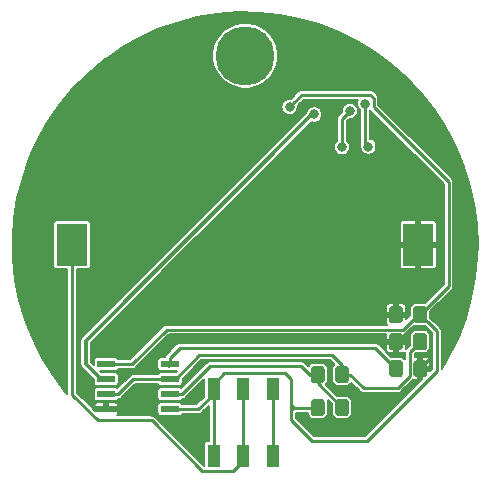
<source format=gbl>
G04 #@! TF.GenerationSoftware,KiCad,Pcbnew,5.0.1*
G04 #@! TF.CreationDate,2019-01-07T18:58:54+01:00*
G04 #@! TF.ProjectId,nibble++,6E6962626C652B2B2E6B696361645F70,rev?*
G04 #@! TF.SameCoordinates,Original*
G04 #@! TF.FileFunction,Copper,L2,Bot,Signal*
G04 #@! TF.FilePolarity,Positive*
%FSLAX46Y46*%
G04 Gerber Fmt 4.6, Leading zero omitted, Abs format (unit mm)*
G04 Created by KiCad (PCBNEW 5.0.1) date Mo 07 Jan 2019 18:58:54 CET*
%MOMM*%
%LPD*%
G01*
G04 APERTURE LIST*
G04 #@! TA.AperFunction,Conductor*
%ADD10C,0.100000*%
G04 #@! TD*
G04 #@! TA.AperFunction,SMDPad,CuDef*
%ADD11C,1.150000*%
G04 #@! TD*
G04 #@! TA.AperFunction,SMDPad,CuDef*
%ADD12R,1.550000X0.600000*%
G04 #@! TD*
G04 #@! TA.AperFunction,ComponentPad*
%ADD13C,5.000000*%
G04 #@! TD*
G04 #@! TA.AperFunction,SMDPad,CuDef*
%ADD14R,2.600000X3.600000*%
G04 #@! TD*
G04 #@! TA.AperFunction,SMDPad,CuDef*
%ADD15R,1.100000X1.950000*%
G04 #@! TD*
G04 #@! TA.AperFunction,ViaPad*
%ADD16C,0.800000*%
G04 #@! TD*
G04 #@! TA.AperFunction,ViaPad*
%ADD17C,0.604800*%
G04 #@! TD*
G04 #@! TA.AperFunction,Conductor*
%ADD18C,0.304800*%
G04 #@! TD*
G04 #@! TA.AperFunction,Conductor*
%ADD19C,0.250000*%
G04 #@! TD*
G04 #@! TA.AperFunction,Conductor*
%ADD20C,0.177800*%
G04 #@! TD*
G04 APERTURE END LIST*
D10*
G04 #@! TO.N,VS*
G04 #@! TO.C,C1*
G36*
X115166505Y-105219204D02*
X115190773Y-105222804D01*
X115214572Y-105228765D01*
X115237671Y-105237030D01*
X115259850Y-105247520D01*
X115280893Y-105260132D01*
X115300599Y-105274747D01*
X115318777Y-105291223D01*
X115335253Y-105309401D01*
X115349868Y-105329107D01*
X115362480Y-105350150D01*
X115372970Y-105372329D01*
X115381235Y-105395428D01*
X115387196Y-105419227D01*
X115390796Y-105443495D01*
X115392000Y-105467999D01*
X115392000Y-106368001D01*
X115390796Y-106392505D01*
X115387196Y-106416773D01*
X115381235Y-106440572D01*
X115372970Y-106463671D01*
X115362480Y-106485850D01*
X115349868Y-106506893D01*
X115335253Y-106526599D01*
X115318777Y-106544777D01*
X115300599Y-106561253D01*
X115280893Y-106575868D01*
X115259850Y-106588480D01*
X115237671Y-106598970D01*
X115214572Y-106607235D01*
X115190773Y-106613196D01*
X115166505Y-106616796D01*
X115142001Y-106618000D01*
X114491999Y-106618000D01*
X114467495Y-106616796D01*
X114443227Y-106613196D01*
X114419428Y-106607235D01*
X114396329Y-106598970D01*
X114374150Y-106588480D01*
X114353107Y-106575868D01*
X114333401Y-106561253D01*
X114315223Y-106544777D01*
X114298747Y-106526599D01*
X114284132Y-106506893D01*
X114271520Y-106485850D01*
X114261030Y-106463671D01*
X114252765Y-106440572D01*
X114246804Y-106416773D01*
X114243204Y-106392505D01*
X114242000Y-106368001D01*
X114242000Y-105467999D01*
X114243204Y-105443495D01*
X114246804Y-105419227D01*
X114252765Y-105395428D01*
X114261030Y-105372329D01*
X114271520Y-105350150D01*
X114284132Y-105329107D01*
X114298747Y-105309401D01*
X114315223Y-105291223D01*
X114333401Y-105274747D01*
X114353107Y-105260132D01*
X114374150Y-105247520D01*
X114396329Y-105237030D01*
X114419428Y-105228765D01*
X114443227Y-105222804D01*
X114467495Y-105219204D01*
X114491999Y-105218000D01*
X115142001Y-105218000D01*
X115166505Y-105219204D01*
X115166505Y-105219204D01*
G37*
D11*
G04 #@! TD*
G04 #@! TO.P,C1,2*
G04 #@! TO.N,VS*
X114817000Y-105918000D03*
D10*
G04 #@! TO.N,GND*
G04 #@! TO.C,C1*
G36*
X113116505Y-105219204D02*
X113140773Y-105222804D01*
X113164572Y-105228765D01*
X113187671Y-105237030D01*
X113209850Y-105247520D01*
X113230893Y-105260132D01*
X113250599Y-105274747D01*
X113268777Y-105291223D01*
X113285253Y-105309401D01*
X113299868Y-105329107D01*
X113312480Y-105350150D01*
X113322970Y-105372329D01*
X113331235Y-105395428D01*
X113337196Y-105419227D01*
X113340796Y-105443495D01*
X113342000Y-105467999D01*
X113342000Y-106368001D01*
X113340796Y-106392505D01*
X113337196Y-106416773D01*
X113331235Y-106440572D01*
X113322970Y-106463671D01*
X113312480Y-106485850D01*
X113299868Y-106506893D01*
X113285253Y-106526599D01*
X113268777Y-106544777D01*
X113250599Y-106561253D01*
X113230893Y-106575868D01*
X113209850Y-106588480D01*
X113187671Y-106598970D01*
X113164572Y-106607235D01*
X113140773Y-106613196D01*
X113116505Y-106616796D01*
X113092001Y-106618000D01*
X112441999Y-106618000D01*
X112417495Y-106616796D01*
X112393227Y-106613196D01*
X112369428Y-106607235D01*
X112346329Y-106598970D01*
X112324150Y-106588480D01*
X112303107Y-106575868D01*
X112283401Y-106561253D01*
X112265223Y-106544777D01*
X112248747Y-106526599D01*
X112234132Y-106506893D01*
X112221520Y-106485850D01*
X112211030Y-106463671D01*
X112202765Y-106440572D01*
X112196804Y-106416773D01*
X112193204Y-106392505D01*
X112192000Y-106368001D01*
X112192000Y-105467999D01*
X112193204Y-105443495D01*
X112196804Y-105419227D01*
X112202765Y-105395428D01*
X112211030Y-105372329D01*
X112221520Y-105350150D01*
X112234132Y-105329107D01*
X112248747Y-105309401D01*
X112265223Y-105291223D01*
X112283401Y-105274747D01*
X112303107Y-105260132D01*
X112324150Y-105247520D01*
X112346329Y-105237030D01*
X112369428Y-105228765D01*
X112393227Y-105222804D01*
X112417495Y-105219204D01*
X112441999Y-105218000D01*
X113092001Y-105218000D01*
X113116505Y-105219204D01*
X113116505Y-105219204D01*
G37*
D11*
G04 #@! TD*
G04 #@! TO.P,C1,1*
G04 #@! TO.N,GND*
X112767000Y-105918000D03*
D10*
G04 #@! TO.N,Net-(C2-Pad2)*
G04 #@! TO.C,C2*
G36*
X115166505Y-107505204D02*
X115190773Y-107508804D01*
X115214572Y-107514765D01*
X115237671Y-107523030D01*
X115259850Y-107533520D01*
X115280893Y-107546132D01*
X115300599Y-107560747D01*
X115318777Y-107577223D01*
X115335253Y-107595401D01*
X115349868Y-107615107D01*
X115362480Y-107636150D01*
X115372970Y-107658329D01*
X115381235Y-107681428D01*
X115387196Y-107705227D01*
X115390796Y-107729495D01*
X115392000Y-107753999D01*
X115392000Y-108654001D01*
X115390796Y-108678505D01*
X115387196Y-108702773D01*
X115381235Y-108726572D01*
X115372970Y-108749671D01*
X115362480Y-108771850D01*
X115349868Y-108792893D01*
X115335253Y-108812599D01*
X115318777Y-108830777D01*
X115300599Y-108847253D01*
X115280893Y-108861868D01*
X115259850Y-108874480D01*
X115237671Y-108884970D01*
X115214572Y-108893235D01*
X115190773Y-108899196D01*
X115166505Y-108902796D01*
X115142001Y-108904000D01*
X114491999Y-108904000D01*
X114467495Y-108902796D01*
X114443227Y-108899196D01*
X114419428Y-108893235D01*
X114396329Y-108884970D01*
X114374150Y-108874480D01*
X114353107Y-108861868D01*
X114333401Y-108847253D01*
X114315223Y-108830777D01*
X114298747Y-108812599D01*
X114284132Y-108792893D01*
X114271520Y-108771850D01*
X114261030Y-108749671D01*
X114252765Y-108726572D01*
X114246804Y-108702773D01*
X114243204Y-108678505D01*
X114242000Y-108654001D01*
X114242000Y-107753999D01*
X114243204Y-107729495D01*
X114246804Y-107705227D01*
X114252765Y-107681428D01*
X114261030Y-107658329D01*
X114271520Y-107636150D01*
X114284132Y-107615107D01*
X114298747Y-107595401D01*
X114315223Y-107577223D01*
X114333401Y-107560747D01*
X114353107Y-107546132D01*
X114374150Y-107533520D01*
X114396329Y-107523030D01*
X114419428Y-107514765D01*
X114443227Y-107508804D01*
X114467495Y-107505204D01*
X114491999Y-107504000D01*
X115142001Y-107504000D01*
X115166505Y-107505204D01*
X115166505Y-107505204D01*
G37*
D11*
G04 #@! TD*
G04 #@! TO.P,C2,2*
G04 #@! TO.N,Net-(C2-Pad2)*
X114817000Y-108204000D03*
D10*
G04 #@! TO.N,GND*
G04 #@! TO.C,C2*
G36*
X113116505Y-107505204D02*
X113140773Y-107508804D01*
X113164572Y-107514765D01*
X113187671Y-107523030D01*
X113209850Y-107533520D01*
X113230893Y-107546132D01*
X113250599Y-107560747D01*
X113268777Y-107577223D01*
X113285253Y-107595401D01*
X113299868Y-107615107D01*
X113312480Y-107636150D01*
X113322970Y-107658329D01*
X113331235Y-107681428D01*
X113337196Y-107705227D01*
X113340796Y-107729495D01*
X113342000Y-107753999D01*
X113342000Y-108654001D01*
X113340796Y-108678505D01*
X113337196Y-108702773D01*
X113331235Y-108726572D01*
X113322970Y-108749671D01*
X113312480Y-108771850D01*
X113299868Y-108792893D01*
X113285253Y-108812599D01*
X113268777Y-108830777D01*
X113250599Y-108847253D01*
X113230893Y-108861868D01*
X113209850Y-108874480D01*
X113187671Y-108884970D01*
X113164572Y-108893235D01*
X113140773Y-108899196D01*
X113116505Y-108902796D01*
X113092001Y-108904000D01*
X112441999Y-108904000D01*
X112417495Y-108902796D01*
X112393227Y-108899196D01*
X112369428Y-108893235D01*
X112346329Y-108884970D01*
X112324150Y-108874480D01*
X112303107Y-108861868D01*
X112283401Y-108847253D01*
X112265223Y-108830777D01*
X112248747Y-108812599D01*
X112234132Y-108792893D01*
X112221520Y-108771850D01*
X112211030Y-108749671D01*
X112202765Y-108726572D01*
X112196804Y-108702773D01*
X112193204Y-108678505D01*
X112192000Y-108654001D01*
X112192000Y-107753999D01*
X112193204Y-107729495D01*
X112196804Y-107705227D01*
X112202765Y-107681428D01*
X112211030Y-107658329D01*
X112221520Y-107636150D01*
X112234132Y-107615107D01*
X112248747Y-107595401D01*
X112265223Y-107577223D01*
X112283401Y-107560747D01*
X112303107Y-107546132D01*
X112324150Y-107533520D01*
X112346329Y-107523030D01*
X112369428Y-107514765D01*
X112393227Y-107508804D01*
X112417495Y-107505204D01*
X112441999Y-107504000D01*
X113092001Y-107504000D01*
X113116505Y-107505204D01*
X113116505Y-107505204D01*
G37*
D11*
G04 #@! TD*
G04 #@! TO.P,C2,1*
G04 #@! TO.N,GND*
X112767000Y-108204000D03*
D10*
G04 #@! TO.N,GND*
G04 #@! TO.C,C3*
G36*
X115175505Y-109791204D02*
X115199773Y-109794804D01*
X115223572Y-109800765D01*
X115246671Y-109809030D01*
X115268850Y-109819520D01*
X115289893Y-109832132D01*
X115309599Y-109846747D01*
X115327777Y-109863223D01*
X115344253Y-109881401D01*
X115358868Y-109901107D01*
X115371480Y-109922150D01*
X115381970Y-109944329D01*
X115390235Y-109967428D01*
X115396196Y-109991227D01*
X115399796Y-110015495D01*
X115401000Y-110039999D01*
X115401000Y-110940001D01*
X115399796Y-110964505D01*
X115396196Y-110988773D01*
X115390235Y-111012572D01*
X115381970Y-111035671D01*
X115371480Y-111057850D01*
X115358868Y-111078893D01*
X115344253Y-111098599D01*
X115327777Y-111116777D01*
X115309599Y-111133253D01*
X115289893Y-111147868D01*
X115268850Y-111160480D01*
X115246671Y-111170970D01*
X115223572Y-111179235D01*
X115199773Y-111185196D01*
X115175505Y-111188796D01*
X115151001Y-111190000D01*
X114500999Y-111190000D01*
X114476495Y-111188796D01*
X114452227Y-111185196D01*
X114428428Y-111179235D01*
X114405329Y-111170970D01*
X114383150Y-111160480D01*
X114362107Y-111147868D01*
X114342401Y-111133253D01*
X114324223Y-111116777D01*
X114307747Y-111098599D01*
X114293132Y-111078893D01*
X114280520Y-111057850D01*
X114270030Y-111035671D01*
X114261765Y-111012572D01*
X114255804Y-110988773D01*
X114252204Y-110964505D01*
X114251000Y-110940001D01*
X114251000Y-110039999D01*
X114252204Y-110015495D01*
X114255804Y-109991227D01*
X114261765Y-109967428D01*
X114270030Y-109944329D01*
X114280520Y-109922150D01*
X114293132Y-109901107D01*
X114307747Y-109881401D01*
X114324223Y-109863223D01*
X114342401Y-109846747D01*
X114362107Y-109832132D01*
X114383150Y-109819520D01*
X114405329Y-109809030D01*
X114428428Y-109800765D01*
X114452227Y-109794804D01*
X114476495Y-109791204D01*
X114500999Y-109790000D01*
X115151001Y-109790000D01*
X115175505Y-109791204D01*
X115175505Y-109791204D01*
G37*
D11*
G04 #@! TD*
G04 #@! TO.P,C3,2*
G04 #@! TO.N,GND*
X114826000Y-110490000D03*
D10*
G04 #@! TO.N,Net-(C3-Pad1)*
G04 #@! TO.C,C3*
G36*
X113125505Y-109791204D02*
X113149773Y-109794804D01*
X113173572Y-109800765D01*
X113196671Y-109809030D01*
X113218850Y-109819520D01*
X113239893Y-109832132D01*
X113259599Y-109846747D01*
X113277777Y-109863223D01*
X113294253Y-109881401D01*
X113308868Y-109901107D01*
X113321480Y-109922150D01*
X113331970Y-109944329D01*
X113340235Y-109967428D01*
X113346196Y-109991227D01*
X113349796Y-110015495D01*
X113351000Y-110039999D01*
X113351000Y-110940001D01*
X113349796Y-110964505D01*
X113346196Y-110988773D01*
X113340235Y-111012572D01*
X113331970Y-111035671D01*
X113321480Y-111057850D01*
X113308868Y-111078893D01*
X113294253Y-111098599D01*
X113277777Y-111116777D01*
X113259599Y-111133253D01*
X113239893Y-111147868D01*
X113218850Y-111160480D01*
X113196671Y-111170970D01*
X113173572Y-111179235D01*
X113149773Y-111185196D01*
X113125505Y-111188796D01*
X113101001Y-111190000D01*
X112450999Y-111190000D01*
X112426495Y-111188796D01*
X112402227Y-111185196D01*
X112378428Y-111179235D01*
X112355329Y-111170970D01*
X112333150Y-111160480D01*
X112312107Y-111147868D01*
X112292401Y-111133253D01*
X112274223Y-111116777D01*
X112257747Y-111098599D01*
X112243132Y-111078893D01*
X112230520Y-111057850D01*
X112220030Y-111035671D01*
X112211765Y-111012572D01*
X112205804Y-110988773D01*
X112202204Y-110964505D01*
X112201000Y-110940001D01*
X112201000Y-110039999D01*
X112202204Y-110015495D01*
X112205804Y-109991227D01*
X112211765Y-109967428D01*
X112220030Y-109944329D01*
X112230520Y-109922150D01*
X112243132Y-109901107D01*
X112257747Y-109881401D01*
X112274223Y-109863223D01*
X112292401Y-109846747D01*
X112312107Y-109832132D01*
X112333150Y-109819520D01*
X112355329Y-109809030D01*
X112378428Y-109800765D01*
X112402227Y-109794804D01*
X112426495Y-109791204D01*
X112450999Y-109790000D01*
X113101001Y-109790000D01*
X113125505Y-109791204D01*
X113125505Y-109791204D01*
G37*
D11*
G04 #@! TD*
G04 #@! TO.P,C3,1*
G04 #@! TO.N,Net-(C3-Pad1)*
X112776000Y-110490000D03*
D10*
G04 #@! TO.N,Net-(R6-Pad2)*
G04 #@! TO.C,R6*
G36*
X108553505Y-113093204D02*
X108577773Y-113096804D01*
X108601572Y-113102765D01*
X108624671Y-113111030D01*
X108646850Y-113121520D01*
X108667893Y-113134132D01*
X108687599Y-113148747D01*
X108705777Y-113165223D01*
X108722253Y-113183401D01*
X108736868Y-113203107D01*
X108749480Y-113224150D01*
X108759970Y-113246329D01*
X108768235Y-113269428D01*
X108774196Y-113293227D01*
X108777796Y-113317495D01*
X108779000Y-113341999D01*
X108779000Y-114242001D01*
X108777796Y-114266505D01*
X108774196Y-114290773D01*
X108768235Y-114314572D01*
X108759970Y-114337671D01*
X108749480Y-114359850D01*
X108736868Y-114380893D01*
X108722253Y-114400599D01*
X108705777Y-114418777D01*
X108687599Y-114435253D01*
X108667893Y-114449868D01*
X108646850Y-114462480D01*
X108624671Y-114472970D01*
X108601572Y-114481235D01*
X108577773Y-114487196D01*
X108553505Y-114490796D01*
X108529001Y-114492000D01*
X107878999Y-114492000D01*
X107854495Y-114490796D01*
X107830227Y-114487196D01*
X107806428Y-114481235D01*
X107783329Y-114472970D01*
X107761150Y-114462480D01*
X107740107Y-114449868D01*
X107720401Y-114435253D01*
X107702223Y-114418777D01*
X107685747Y-114400599D01*
X107671132Y-114380893D01*
X107658520Y-114359850D01*
X107648030Y-114337671D01*
X107639765Y-114314572D01*
X107633804Y-114290773D01*
X107630204Y-114266505D01*
X107629000Y-114242001D01*
X107629000Y-113341999D01*
X107630204Y-113317495D01*
X107633804Y-113293227D01*
X107639765Y-113269428D01*
X107648030Y-113246329D01*
X107658520Y-113224150D01*
X107671132Y-113203107D01*
X107685747Y-113183401D01*
X107702223Y-113165223D01*
X107720401Y-113148747D01*
X107740107Y-113134132D01*
X107761150Y-113121520D01*
X107783329Y-113111030D01*
X107806428Y-113102765D01*
X107830227Y-113096804D01*
X107854495Y-113093204D01*
X107878999Y-113092000D01*
X108529001Y-113092000D01*
X108553505Y-113093204D01*
X108553505Y-113093204D01*
G37*
D11*
G04 #@! TD*
G04 #@! TO.P,R6,2*
G04 #@! TO.N,Net-(R6-Pad2)*
X108204000Y-113792000D03*
D10*
G04 #@! TO.N,VS*
G04 #@! TO.C,R6*
G36*
X106503505Y-113093204D02*
X106527773Y-113096804D01*
X106551572Y-113102765D01*
X106574671Y-113111030D01*
X106596850Y-113121520D01*
X106617893Y-113134132D01*
X106637599Y-113148747D01*
X106655777Y-113165223D01*
X106672253Y-113183401D01*
X106686868Y-113203107D01*
X106699480Y-113224150D01*
X106709970Y-113246329D01*
X106718235Y-113269428D01*
X106724196Y-113293227D01*
X106727796Y-113317495D01*
X106729000Y-113341999D01*
X106729000Y-114242001D01*
X106727796Y-114266505D01*
X106724196Y-114290773D01*
X106718235Y-114314572D01*
X106709970Y-114337671D01*
X106699480Y-114359850D01*
X106686868Y-114380893D01*
X106672253Y-114400599D01*
X106655777Y-114418777D01*
X106637599Y-114435253D01*
X106617893Y-114449868D01*
X106596850Y-114462480D01*
X106574671Y-114472970D01*
X106551572Y-114481235D01*
X106527773Y-114487196D01*
X106503505Y-114490796D01*
X106479001Y-114492000D01*
X105828999Y-114492000D01*
X105804495Y-114490796D01*
X105780227Y-114487196D01*
X105756428Y-114481235D01*
X105733329Y-114472970D01*
X105711150Y-114462480D01*
X105690107Y-114449868D01*
X105670401Y-114435253D01*
X105652223Y-114418777D01*
X105635747Y-114400599D01*
X105621132Y-114380893D01*
X105608520Y-114359850D01*
X105598030Y-114337671D01*
X105589765Y-114314572D01*
X105583804Y-114290773D01*
X105580204Y-114266505D01*
X105579000Y-114242001D01*
X105579000Y-113341999D01*
X105580204Y-113317495D01*
X105583804Y-113293227D01*
X105589765Y-113269428D01*
X105598030Y-113246329D01*
X105608520Y-113224150D01*
X105621132Y-113203107D01*
X105635747Y-113183401D01*
X105652223Y-113165223D01*
X105670401Y-113148747D01*
X105690107Y-113134132D01*
X105711150Y-113121520D01*
X105733329Y-113111030D01*
X105756428Y-113102765D01*
X105780227Y-113096804D01*
X105804495Y-113093204D01*
X105828999Y-113092000D01*
X106479001Y-113092000D01*
X106503505Y-113093204D01*
X106503505Y-113093204D01*
G37*
D11*
G04 #@! TD*
G04 #@! TO.P,R6,1*
G04 #@! TO.N,VS*
X106154000Y-113792000D03*
D10*
G04 #@! TO.N,Net-(C2-Pad2)*
G04 #@! TO.C,R7*
G36*
X108553505Y-110299204D02*
X108577773Y-110302804D01*
X108601572Y-110308765D01*
X108624671Y-110317030D01*
X108646850Y-110327520D01*
X108667893Y-110340132D01*
X108687599Y-110354747D01*
X108705777Y-110371223D01*
X108722253Y-110389401D01*
X108736868Y-110409107D01*
X108749480Y-110430150D01*
X108759970Y-110452329D01*
X108768235Y-110475428D01*
X108774196Y-110499227D01*
X108777796Y-110523495D01*
X108779000Y-110547999D01*
X108779000Y-111448001D01*
X108777796Y-111472505D01*
X108774196Y-111496773D01*
X108768235Y-111520572D01*
X108759970Y-111543671D01*
X108749480Y-111565850D01*
X108736868Y-111586893D01*
X108722253Y-111606599D01*
X108705777Y-111624777D01*
X108687599Y-111641253D01*
X108667893Y-111655868D01*
X108646850Y-111668480D01*
X108624671Y-111678970D01*
X108601572Y-111687235D01*
X108577773Y-111693196D01*
X108553505Y-111696796D01*
X108529001Y-111698000D01*
X107878999Y-111698000D01*
X107854495Y-111696796D01*
X107830227Y-111693196D01*
X107806428Y-111687235D01*
X107783329Y-111678970D01*
X107761150Y-111668480D01*
X107740107Y-111655868D01*
X107720401Y-111641253D01*
X107702223Y-111624777D01*
X107685747Y-111606599D01*
X107671132Y-111586893D01*
X107658520Y-111565850D01*
X107648030Y-111543671D01*
X107639765Y-111520572D01*
X107633804Y-111496773D01*
X107630204Y-111472505D01*
X107629000Y-111448001D01*
X107629000Y-110547999D01*
X107630204Y-110523495D01*
X107633804Y-110499227D01*
X107639765Y-110475428D01*
X107648030Y-110452329D01*
X107658520Y-110430150D01*
X107671132Y-110409107D01*
X107685747Y-110389401D01*
X107702223Y-110371223D01*
X107720401Y-110354747D01*
X107740107Y-110340132D01*
X107761150Y-110327520D01*
X107783329Y-110317030D01*
X107806428Y-110308765D01*
X107830227Y-110302804D01*
X107854495Y-110299204D01*
X107878999Y-110298000D01*
X108529001Y-110298000D01*
X108553505Y-110299204D01*
X108553505Y-110299204D01*
G37*
D11*
G04 #@! TD*
G04 #@! TO.P,R7,2*
G04 #@! TO.N,Net-(C2-Pad2)*
X108204000Y-110998000D03*
D10*
G04 #@! TO.N,Net-(R6-Pad2)*
G04 #@! TO.C,R7*
G36*
X106503505Y-110299204D02*
X106527773Y-110302804D01*
X106551572Y-110308765D01*
X106574671Y-110317030D01*
X106596850Y-110327520D01*
X106617893Y-110340132D01*
X106637599Y-110354747D01*
X106655777Y-110371223D01*
X106672253Y-110389401D01*
X106686868Y-110409107D01*
X106699480Y-110430150D01*
X106709970Y-110452329D01*
X106718235Y-110475428D01*
X106724196Y-110499227D01*
X106727796Y-110523495D01*
X106729000Y-110547999D01*
X106729000Y-111448001D01*
X106727796Y-111472505D01*
X106724196Y-111496773D01*
X106718235Y-111520572D01*
X106709970Y-111543671D01*
X106699480Y-111565850D01*
X106686868Y-111586893D01*
X106672253Y-111606599D01*
X106655777Y-111624777D01*
X106637599Y-111641253D01*
X106617893Y-111655868D01*
X106596850Y-111668480D01*
X106574671Y-111678970D01*
X106551572Y-111687235D01*
X106527773Y-111693196D01*
X106503505Y-111696796D01*
X106479001Y-111698000D01*
X105828999Y-111698000D01*
X105804495Y-111696796D01*
X105780227Y-111693196D01*
X105756428Y-111687235D01*
X105733329Y-111678970D01*
X105711150Y-111668480D01*
X105690107Y-111655868D01*
X105670401Y-111641253D01*
X105652223Y-111624777D01*
X105635747Y-111606599D01*
X105621132Y-111586893D01*
X105608520Y-111565850D01*
X105598030Y-111543671D01*
X105589765Y-111520572D01*
X105583804Y-111496773D01*
X105580204Y-111472505D01*
X105579000Y-111448001D01*
X105579000Y-110547999D01*
X105580204Y-110523495D01*
X105583804Y-110499227D01*
X105589765Y-110475428D01*
X105598030Y-110452329D01*
X105608520Y-110430150D01*
X105621132Y-110409107D01*
X105635747Y-110389401D01*
X105652223Y-110371223D01*
X105670401Y-110354747D01*
X105690107Y-110340132D01*
X105711150Y-110327520D01*
X105733329Y-110317030D01*
X105756428Y-110308765D01*
X105780227Y-110302804D01*
X105804495Y-110299204D01*
X105828999Y-110298000D01*
X106479001Y-110298000D01*
X106503505Y-110299204D01*
X106503505Y-110299204D01*
G37*
D11*
G04 #@! TD*
G04 #@! TO.P,R7,1*
G04 #@! TO.N,Net-(R6-Pad2)*
X106154000Y-110998000D03*
D12*
G04 #@! TO.P,U1,8*
G04 #@! TO.N,VS*
X93632000Y-113919000D03*
G04 #@! TO.P,U1,7*
G04 #@! TO.N,Net-(R6-Pad2)*
X93632000Y-112649000D03*
G04 #@! TO.P,U1,6*
G04 #@! TO.N,Net-(C2-Pad2)*
X93632000Y-111379000D03*
G04 #@! TO.P,U1,5*
G04 #@! TO.N,Net-(C3-Pad1)*
X93632000Y-110109000D03*
G04 #@! TO.P,U1,4*
G04 #@! TO.N,VS*
X88232000Y-110109000D03*
G04 #@! TO.P,U1,3*
G04 #@! TO.N,Net-(U1-Pad3)*
X88232000Y-111379000D03*
G04 #@! TO.P,U1,2*
G04 #@! TO.N,Net-(C2-Pad2)*
X88232000Y-112649000D03*
G04 #@! TO.P,U1,1*
G04 #@! TO.N,GND*
X88232000Y-113919000D03*
G04 #@! TD*
D13*
G04 #@! TO.P,REF\002A\002A,1*
G04 #@! TO.N,N/C*
X100000000Y-84000000D03*
G04 #@! TD*
D14*
G04 #@! TO.P,BT1,2*
G04 #@! TO.N,GND*
X114650000Y-100000000D03*
G04 #@! TO.P,BT1,1*
G04 #@! TO.N,+3V3*
X85350000Y-100000000D03*
G04 #@! TD*
D15*
G04 #@! TO.P,SW1,1*
G04 #@! TO.N,VS*
X97322000Y-117856000D03*
G04 #@! TO.P,SW1,2*
G04 #@! TO.N,+3V3*
X99822000Y-117856000D03*
G04 #@! TO.P,SW1,3*
G04 #@! TO.N,Net-(SW1-Pad3)*
X102322000Y-117856000D03*
X102322000Y-112206000D03*
G04 #@! TO.P,SW1,1*
G04 #@! TO.N,VS*
X97322000Y-112206000D03*
G04 #@! TO.P,SW1,2*
G04 #@! TO.N,+3V3*
X99822000Y-112206000D03*
G04 #@! TD*
D16*
G04 #@! TO.N,GND*
X107856229Y-88267646D03*
X111675547Y-91702253D03*
D17*
X107182213Y-90906908D03*
X111498410Y-87918412D03*
D16*
G04 #@! TO.N,VS*
X103759000Y-88328500D03*
G04 #@! TO.N,Net-(R3-Pad2)*
X108861082Y-88676976D03*
X108188506Y-91751400D03*
G04 #@! TO.N,Net-(R4-Pad2)*
X110143505Y-88052807D03*
X110430189Y-91684410D03*
G04 #@! TO.N,Net-(U1-Pad3)*
X105854500Y-88963500D03*
G04 #@! TD*
D18*
G04 #@! TO.N,GND*
X112767000Y-105118000D02*
X112767000Y-105918000D01*
X113045200Y-100000000D02*
X112767000Y-100278200D01*
X112767000Y-100278200D02*
X112767000Y-105118000D01*
X114650000Y-100000000D02*
X113045200Y-100000000D01*
X114046370Y-107151590D02*
X115391530Y-107151590D01*
X115744410Y-107504470D02*
X115744410Y-109571590D01*
X115449372Y-109866628D02*
X114826000Y-110490000D01*
X115744410Y-109571590D02*
X115449372Y-109866628D01*
X115391530Y-107151590D02*
X115744410Y-107504470D01*
X112993960Y-108204000D02*
X114046370Y-107151590D01*
X112767000Y-108204000D02*
X112993960Y-108204000D01*
D19*
G04 #@! TO.N,+3V3*
X99822000Y-113431000D02*
X99822000Y-117856000D01*
X99822000Y-112206000D02*
X99822000Y-113431000D01*
X85350000Y-112697002D02*
X85350000Y-100000000D01*
X99822000Y-118281000D02*
X98946999Y-119156001D01*
X96359501Y-119156001D02*
X92075000Y-114871500D01*
X87524498Y-114871500D02*
X85350000Y-112697002D01*
X99822000Y-117856000D02*
X99822000Y-118281000D01*
X98946999Y-119156001D02*
X96359501Y-119156001D01*
X92075000Y-114871500D02*
X87524498Y-114871500D01*
G04 #@! TO.N,VS*
X97322000Y-113431000D02*
X97322000Y-117856000D01*
X97322000Y-112206000D02*
X97322000Y-113431000D01*
X97322000Y-112631000D02*
X97322000Y-112206000D01*
X96034000Y-113919000D02*
X97322000Y-112631000D01*
X93632000Y-113919000D02*
X96034000Y-113919000D01*
X93632000Y-113919000D02*
X95881116Y-113919000D01*
X104126999Y-113792000D02*
X103918999Y-114000000D01*
X106154000Y-113792000D02*
X104126999Y-113792000D01*
X103918999Y-114000000D02*
X103918999Y-113792000D01*
X104140000Y-113792000D02*
X106154000Y-113792000D01*
X103918999Y-113570999D02*
X104140000Y-113792000D01*
X103918999Y-113792000D02*
X104140000Y-113792000D01*
X103918999Y-113538000D02*
X103918999Y-113570999D01*
X103918999Y-113792000D02*
X103918999Y-113538000D01*
X104158999Y-87928501D02*
X103759000Y-88328500D01*
X117221000Y-103514000D02*
X117221000Y-94688966D01*
X114817000Y-105918000D02*
X117221000Y-103514000D01*
X117221000Y-94688966D02*
X110871000Y-88338966D01*
X110871000Y-88338966D02*
X110871000Y-87578008D01*
X110871000Y-87578008D02*
X110584002Y-87291010D01*
X104796490Y-87291010D02*
X104158999Y-87928501D01*
X110584002Y-87291010D02*
X104796490Y-87291010D01*
X105664000Y-116612501D02*
X110291689Y-116612501D01*
X103918999Y-114867500D02*
X105664000Y-116612501D01*
X110291689Y-116612501D02*
X116221820Y-110682370D01*
X116221820Y-110682370D02*
X116221820Y-107306721D01*
X103918999Y-114000000D02*
X103918999Y-114867500D01*
X115440372Y-106541372D02*
X114817000Y-105918000D01*
X115456471Y-106541372D02*
X115440372Y-106541372D01*
X116221820Y-107306721D02*
X115456471Y-106541372D01*
X90425410Y-110109000D02*
X88232000Y-110109000D01*
X113343810Y-107178990D02*
X93355420Y-107178990D01*
X93355420Y-107178990D02*
X90425410Y-110109000D01*
X114817000Y-105918000D02*
X114604800Y-105918000D01*
X114604800Y-105918000D02*
X113343810Y-107178990D01*
X97322000Y-111781000D02*
X97322000Y-112206000D01*
X98229989Y-110873011D02*
X97322000Y-111781000D01*
X103387177Y-110873011D02*
X98229989Y-110873011D01*
X103918999Y-111404833D02*
X103387177Y-110873011D01*
X103918999Y-113538000D02*
X103918999Y-111404833D01*
G04 #@! TO.N,Net-(C2-Pad2)*
X92607000Y-111379000D02*
X93632000Y-111379000D01*
X90527000Y-111379000D02*
X92607000Y-111379000D01*
X88232000Y-112649000D02*
X89257000Y-112649000D01*
X93632000Y-111379000D02*
X94107000Y-111379000D01*
X108204000Y-110198000D02*
X108204000Y-110998000D01*
X96113022Y-109372978D02*
X107378978Y-109372978D01*
X107378978Y-109372978D02*
X108204000Y-110198000D01*
X89257000Y-112649000D02*
X90527000Y-111379000D01*
X94107000Y-111379000D02*
X96113022Y-109372978D01*
X108879000Y-110998000D02*
X110022000Y-112141000D01*
X108204000Y-110998000D02*
X108879000Y-110998000D01*
X110022000Y-112141000D02*
X112903000Y-112141000D01*
X113925990Y-109095010D02*
X114193628Y-108827372D01*
X113925990Y-111118010D02*
X113925990Y-109095010D01*
X114193628Y-108827372D02*
X114817000Y-108204000D01*
X112903000Y-112141000D02*
X113925990Y-111118010D01*
G04 #@! TO.N,Net-(C3-Pad1)*
X93441500Y-110299500D02*
X93632000Y-110109000D01*
X93632000Y-109559000D02*
X94479000Y-108712000D01*
X93632000Y-110109000D02*
X93632000Y-109559000D01*
X110998000Y-108712000D02*
X112776000Y-110490000D01*
X94479000Y-108712000D02*
X110998000Y-108712000D01*
G04 #@! TO.N,Net-(R3-Pad2)*
X108861082Y-88676976D02*
X108188506Y-89349552D01*
X108188506Y-89349552D02*
X108188506Y-91185715D01*
X108188506Y-91185715D02*
X108188506Y-91751400D01*
G04 #@! TO.N,Net-(R4-Pad2)*
X110143505Y-91397726D02*
X110430189Y-91684410D01*
X110143505Y-88052807D02*
X110143505Y-91397726D01*
G04 #@! TO.N,Net-(R6-Pad2)*
X106154000Y-111742000D02*
X106154000Y-110998000D01*
X108204000Y-113792000D02*
X106154000Y-111742000D01*
X104753998Y-110272998D02*
X105479000Y-110998000D01*
X105479000Y-110998000D02*
X106154000Y-110998000D01*
X97033002Y-110272998D02*
X104753998Y-110272998D01*
X93632000Y-112649000D02*
X94657000Y-112649000D01*
X94657000Y-112649000D02*
X97033002Y-110272998D01*
G04 #@! TO.N,Net-(SW1-Pad3)*
X102322000Y-113431000D02*
X102322000Y-117856000D01*
X102322000Y-112206000D02*
X102322000Y-113431000D01*
D18*
G04 #@! TO.N,Net-(U1-Pad3)*
X105664000Y-88963500D02*
X105854500Y-88963500D01*
X86487000Y-108140500D02*
X105664000Y-88963500D01*
X86487000Y-110109000D02*
X86487000Y-108140500D01*
X88232000Y-111379000D02*
X87757000Y-111379000D01*
X87757000Y-111379000D02*
X86487000Y-110109000D01*
G04 #@! TD*
D20*
G04 #@! TO.N,GND*
G36*
X101133073Y-80348939D02*
X102875455Y-80527460D01*
X104595069Y-80860162D01*
X106278299Y-81344411D01*
X107911819Y-81976372D01*
X109482695Y-82751042D01*
X110978487Y-83662287D01*
X112387354Y-84702892D01*
X113698139Y-85864617D01*
X114900464Y-87138265D01*
X115984809Y-88513750D01*
X116942588Y-89980181D01*
X117766218Y-91525949D01*
X118449177Y-93138812D01*
X118986059Y-94806002D01*
X119372611Y-96514317D01*
X119605774Y-98250231D01*
X119683700Y-100000000D01*
X119656724Y-101030165D01*
X119487329Y-102773458D01*
X119163635Y-104494790D01*
X118688206Y-106180533D01*
X118064807Y-107817340D01*
X117298372Y-109392250D01*
X116635720Y-110492912D01*
X116635720Y-107327038D01*
X116637721Y-107306721D01*
X116635720Y-107286403D01*
X116635720Y-107286393D01*
X116629731Y-107225583D01*
X116606063Y-107147562D01*
X116567630Y-107075658D01*
X116515907Y-107012634D01*
X116500119Y-106999677D01*
X115763519Y-106263078D01*
X115750558Y-106247285D01*
X115687534Y-106195562D01*
X115682297Y-106192763D01*
X115682297Y-105638045D01*
X117499300Y-103821043D01*
X117515087Y-103808087D01*
X117566810Y-103745063D01*
X117605243Y-103673159D01*
X117628911Y-103595138D01*
X117634900Y-103534328D01*
X117634900Y-103534318D01*
X117636901Y-103514001D01*
X117634900Y-103493683D01*
X117634900Y-94709283D01*
X117636901Y-94688965D01*
X117634900Y-94668648D01*
X117634900Y-94668638D01*
X117628911Y-94607828D01*
X117605243Y-94529807D01*
X117566810Y-94457903D01*
X117515087Y-94394879D01*
X117499299Y-94381922D01*
X111284900Y-88167524D01*
X111284900Y-87598325D01*
X111286901Y-87578007D01*
X111284900Y-87557690D01*
X111284900Y-87557680D01*
X111278911Y-87496870D01*
X111255243Y-87418849D01*
X111216810Y-87346945D01*
X111165087Y-87283921D01*
X111149298Y-87270964D01*
X110891050Y-87012716D01*
X110878089Y-86996923D01*
X110815065Y-86945200D01*
X110743161Y-86906767D01*
X110665140Y-86883099D01*
X110604330Y-86877110D01*
X110604319Y-86877110D01*
X110584002Y-86875109D01*
X110563685Y-86877110D01*
X104816807Y-86877110D01*
X104796489Y-86875109D01*
X104776172Y-86877110D01*
X104776162Y-86877110D01*
X104715352Y-86883099D01*
X104637331Y-86906767D01*
X104565427Y-86945200D01*
X104502403Y-86996923D01*
X104489446Y-87012711D01*
X103880706Y-87621452D01*
X103880701Y-87621456D01*
X103856633Y-87645524D01*
X103826851Y-87639600D01*
X103691149Y-87639600D01*
X103558055Y-87666074D01*
X103432684Y-87718005D01*
X103319852Y-87793397D01*
X103223897Y-87889352D01*
X103148505Y-88002184D01*
X103096574Y-88127555D01*
X103070100Y-88260649D01*
X103070100Y-88396351D01*
X103096574Y-88529445D01*
X103148505Y-88654816D01*
X103223897Y-88767648D01*
X103319852Y-88863603D01*
X103432684Y-88938995D01*
X103558055Y-88990926D01*
X103691149Y-89017400D01*
X103826851Y-89017400D01*
X103959945Y-88990926D01*
X104085316Y-88938995D01*
X104198148Y-88863603D01*
X104294103Y-88767648D01*
X104369495Y-88654816D01*
X104421426Y-88529445D01*
X104447900Y-88396351D01*
X104447900Y-88260649D01*
X104441976Y-88230867D01*
X104466044Y-88206799D01*
X104466048Y-88206794D01*
X104967933Y-87704910D01*
X109547430Y-87704910D01*
X109533010Y-87726491D01*
X109481079Y-87851862D01*
X109454605Y-87984956D01*
X109454605Y-88120658D01*
X109481079Y-88253752D01*
X109533010Y-88379123D01*
X109608402Y-88491955D01*
X109704357Y-88587910D01*
X109729605Y-88604780D01*
X109729606Y-91377398D01*
X109727604Y-91397726D01*
X109735595Y-91478864D01*
X109755576Y-91544733D01*
X109741289Y-91616559D01*
X109741289Y-91752261D01*
X109767763Y-91885355D01*
X109819694Y-92010726D01*
X109895086Y-92123558D01*
X109991041Y-92219513D01*
X110103873Y-92294905D01*
X110229244Y-92346836D01*
X110362338Y-92373310D01*
X110498040Y-92373310D01*
X110631134Y-92346836D01*
X110756505Y-92294905D01*
X110869337Y-92219513D01*
X110965292Y-92123558D01*
X111040684Y-92010726D01*
X111092615Y-91885355D01*
X111119089Y-91752261D01*
X111119089Y-91616559D01*
X111092615Y-91483465D01*
X111040684Y-91358094D01*
X110965292Y-91245262D01*
X110869337Y-91149307D01*
X110756505Y-91073915D01*
X110631134Y-91021984D01*
X110557405Y-91007318D01*
X110557405Y-88609282D01*
X110576913Y-88633053D01*
X110592707Y-88646015D01*
X116807101Y-94860410D01*
X116807100Y-103342557D01*
X115214786Y-104934872D01*
X115142001Y-104927703D01*
X114491999Y-104927703D01*
X114386592Y-104938085D01*
X114285237Y-104968831D01*
X114191827Y-105018759D01*
X114109952Y-105085952D01*
X114042759Y-105167827D01*
X113992831Y-105261237D01*
X113962085Y-105362592D01*
X113951703Y-105467999D01*
X113951703Y-105985754D01*
X113608700Y-106328758D01*
X113608700Y-106149775D01*
X113542025Y-106083100D01*
X112932100Y-106083100D01*
X112932100Y-106103100D01*
X112601900Y-106103100D01*
X112601900Y-106083100D01*
X111991975Y-106083100D01*
X111925300Y-106149775D01*
X111925300Y-106644267D01*
X111935549Y-106695793D01*
X111955653Y-106744330D01*
X111969525Y-106765090D01*
X93375737Y-106765090D01*
X93355420Y-106763089D01*
X93335102Y-106765090D01*
X93335092Y-106765090D01*
X93274282Y-106771079D01*
X93196261Y-106794747D01*
X93124357Y-106833180D01*
X93061333Y-106884903D01*
X93048376Y-106900691D01*
X90253968Y-109695100D01*
X89273698Y-109695100D01*
X89248373Y-109647720D01*
X89212271Y-109603729D01*
X89168280Y-109567627D01*
X89118092Y-109540801D01*
X89063634Y-109524281D01*
X89007000Y-109518703D01*
X87457000Y-109518703D01*
X87400366Y-109524281D01*
X87345908Y-109540801D01*
X87295720Y-109567627D01*
X87251729Y-109603729D01*
X87215627Y-109647720D01*
X87188801Y-109697908D01*
X87172281Y-109752366D01*
X87166703Y-109809000D01*
X87166703Y-110164612D01*
X86928300Y-109926209D01*
X86928300Y-108323291D01*
X90059858Y-105191733D01*
X111925300Y-105191733D01*
X111925300Y-105686225D01*
X111991975Y-105752900D01*
X112601900Y-105752900D01*
X112601900Y-105017975D01*
X112932100Y-105017975D01*
X112932100Y-105752900D01*
X113542025Y-105752900D01*
X113608700Y-105686225D01*
X113608700Y-105191733D01*
X113598451Y-105140207D01*
X113578347Y-105091670D01*
X113549160Y-105047989D01*
X113512012Y-105010841D01*
X113468330Y-104981654D01*
X113419794Y-104961549D01*
X113368268Y-104951300D01*
X112998775Y-104951300D01*
X112932100Y-105017975D01*
X112601900Y-105017975D01*
X112535225Y-104951300D01*
X112165732Y-104951300D01*
X112114206Y-104961549D01*
X112065670Y-104981654D01*
X112021988Y-105010841D01*
X111984840Y-105047989D01*
X111955653Y-105091670D01*
X111935549Y-105140207D01*
X111925300Y-105191733D01*
X90059858Y-105191733D01*
X95019816Y-100231775D01*
X113083300Y-100231775D01*
X113083300Y-101826267D01*
X113093549Y-101877793D01*
X113113653Y-101926330D01*
X113142840Y-101970011D01*
X113179988Y-102007159D01*
X113223670Y-102036346D01*
X113272206Y-102056451D01*
X113323732Y-102066700D01*
X114418225Y-102066700D01*
X114484900Y-102000025D01*
X114484900Y-100165100D01*
X114815100Y-100165100D01*
X114815100Y-102000025D01*
X114881775Y-102066700D01*
X115976268Y-102066700D01*
X116027794Y-102056451D01*
X116076330Y-102036346D01*
X116120012Y-102007159D01*
X116157160Y-101970011D01*
X116186347Y-101926330D01*
X116206451Y-101877793D01*
X116216700Y-101826267D01*
X116216700Y-100231775D01*
X116150025Y-100165100D01*
X114815100Y-100165100D01*
X114484900Y-100165100D01*
X113149975Y-100165100D01*
X113083300Y-100231775D01*
X95019816Y-100231775D01*
X97077858Y-98173733D01*
X113083300Y-98173733D01*
X113083300Y-99768225D01*
X113149975Y-99834900D01*
X114484900Y-99834900D01*
X114484900Y-97999975D01*
X114815100Y-97999975D01*
X114815100Y-99834900D01*
X116150025Y-99834900D01*
X116216700Y-99768225D01*
X116216700Y-98173733D01*
X116206451Y-98122207D01*
X116186347Y-98073670D01*
X116157160Y-98029989D01*
X116120012Y-97992841D01*
X116076330Y-97963654D01*
X116027794Y-97943549D01*
X115976268Y-97933300D01*
X114881775Y-97933300D01*
X114815100Y-97999975D01*
X114484900Y-97999975D01*
X114418225Y-97933300D01*
X113323732Y-97933300D01*
X113272206Y-97943549D01*
X113223670Y-97963654D01*
X113179988Y-97992841D01*
X113142840Y-98029989D01*
X113113653Y-98073670D01*
X113093549Y-98122207D01*
X113083300Y-98173733D01*
X97077858Y-98173733D01*
X103568042Y-91683549D01*
X107499606Y-91683549D01*
X107499606Y-91819251D01*
X107526080Y-91952345D01*
X107578011Y-92077716D01*
X107653403Y-92190548D01*
X107749358Y-92286503D01*
X107862190Y-92361895D01*
X107987561Y-92413826D01*
X108120655Y-92440300D01*
X108256357Y-92440300D01*
X108389451Y-92413826D01*
X108514822Y-92361895D01*
X108627654Y-92286503D01*
X108723609Y-92190548D01*
X108799001Y-92077716D01*
X108850932Y-91952345D01*
X108877406Y-91819251D01*
X108877406Y-91683549D01*
X108850932Y-91550455D01*
X108799001Y-91425084D01*
X108723609Y-91312252D01*
X108627654Y-91216297D01*
X108602406Y-91199427D01*
X108602406Y-89520994D01*
X108763449Y-89359952D01*
X108793231Y-89365876D01*
X108928933Y-89365876D01*
X109062027Y-89339402D01*
X109187398Y-89287471D01*
X109300230Y-89212079D01*
X109396185Y-89116124D01*
X109471577Y-89003292D01*
X109523508Y-88877921D01*
X109549982Y-88744827D01*
X109549982Y-88609125D01*
X109523508Y-88476031D01*
X109471577Y-88350660D01*
X109396185Y-88237828D01*
X109300230Y-88141873D01*
X109187398Y-88066481D01*
X109062027Y-88014550D01*
X108928933Y-87988076D01*
X108793231Y-87988076D01*
X108660137Y-88014550D01*
X108534766Y-88066481D01*
X108421934Y-88141873D01*
X108325979Y-88237828D01*
X108250587Y-88350660D01*
X108198656Y-88476031D01*
X108172182Y-88609125D01*
X108172182Y-88744827D01*
X108178106Y-88774609D01*
X107910212Y-89042504D01*
X107894419Y-89055465D01*
X107842696Y-89118490D01*
X107804263Y-89190394D01*
X107780595Y-89268415D01*
X107774606Y-89329225D01*
X107774606Y-89329235D01*
X107772605Y-89349552D01*
X107774606Y-89369870D01*
X107774607Y-91165378D01*
X107774606Y-91165388D01*
X107774606Y-91199427D01*
X107749358Y-91216297D01*
X107653403Y-91312252D01*
X107578011Y-91425084D01*
X107526080Y-91550455D01*
X107499606Y-91683549D01*
X103568042Y-91683549D01*
X105633835Y-89617757D01*
X105653555Y-89625926D01*
X105786649Y-89652400D01*
X105922351Y-89652400D01*
X106055445Y-89625926D01*
X106180816Y-89573995D01*
X106293648Y-89498603D01*
X106389603Y-89402648D01*
X106464995Y-89289816D01*
X106516926Y-89164445D01*
X106543400Y-89031351D01*
X106543400Y-88895649D01*
X106516926Y-88762555D01*
X106464995Y-88637184D01*
X106389603Y-88524352D01*
X106293648Y-88428397D01*
X106180816Y-88353005D01*
X106055445Y-88301074D01*
X105922351Y-88274600D01*
X105786649Y-88274600D01*
X105653555Y-88301074D01*
X105528184Y-88353005D01*
X105415352Y-88428397D01*
X105319397Y-88524352D01*
X105244005Y-88637184D01*
X105192074Y-88762555D01*
X105179962Y-88823446D01*
X86190286Y-107813123D01*
X86173445Y-107826944D01*
X86159626Y-107843783D01*
X86118297Y-107894141D01*
X86077320Y-107970805D01*
X86052086Y-108053990D01*
X86043565Y-108140500D01*
X86045701Y-108162186D01*
X86045700Y-110087324D01*
X86043565Y-110109000D01*
X86045700Y-110130676D01*
X86045700Y-110130677D01*
X86052085Y-110195509D01*
X86077319Y-110278694D01*
X86087706Y-110298127D01*
X86118297Y-110355359D01*
X86134683Y-110375325D01*
X86173444Y-110422556D01*
X86190291Y-110436382D01*
X87166703Y-111412795D01*
X87166703Y-111679000D01*
X87172281Y-111735634D01*
X87188801Y-111790092D01*
X87215627Y-111840280D01*
X87251729Y-111884271D01*
X87295720Y-111920373D01*
X87345908Y-111947199D01*
X87400366Y-111963719D01*
X87457000Y-111969297D01*
X89007000Y-111969297D01*
X89063634Y-111963719D01*
X89118092Y-111947199D01*
X89168280Y-111920373D01*
X89212271Y-111884271D01*
X89248373Y-111840280D01*
X89275199Y-111790092D01*
X89291719Y-111735634D01*
X89297297Y-111679000D01*
X89297297Y-111079000D01*
X89291719Y-111022366D01*
X89275199Y-110967908D01*
X89248373Y-110917720D01*
X89212271Y-110873729D01*
X89168280Y-110837627D01*
X89118092Y-110810801D01*
X89063634Y-110794281D01*
X89007000Y-110788703D01*
X87790795Y-110788703D01*
X87701389Y-110699297D01*
X89007000Y-110699297D01*
X89063634Y-110693719D01*
X89118092Y-110677199D01*
X89168280Y-110650373D01*
X89212271Y-110614271D01*
X89248373Y-110570280D01*
X89273698Y-110522900D01*
X90405093Y-110522900D01*
X90425410Y-110524901D01*
X90445727Y-110522900D01*
X90445738Y-110522900D01*
X90506548Y-110516911D01*
X90584569Y-110493243D01*
X90656473Y-110454810D01*
X90719497Y-110403087D01*
X90732459Y-110387293D01*
X93526863Y-107592890D01*
X111925300Y-107592890D01*
X111925300Y-107972225D01*
X111991975Y-108038900D01*
X112601900Y-108038900D01*
X112601900Y-108018900D01*
X112932100Y-108018900D01*
X112932100Y-108038900D01*
X113542025Y-108038900D01*
X113608700Y-107972225D01*
X113608700Y-107497039D01*
X113637897Y-107473077D01*
X113650859Y-107457283D01*
X114256392Y-106851751D01*
X114285237Y-106867169D01*
X114386592Y-106897915D01*
X114491999Y-106908297D01*
X115142001Y-106908297D01*
X115229441Y-106899685D01*
X115807921Y-107478165D01*
X115807920Y-110510927D01*
X115632386Y-110686461D01*
X115601025Y-110655100D01*
X114991100Y-110655100D01*
X114991100Y-111327747D01*
X110120247Y-116198601D01*
X105835443Y-116198601D01*
X104332899Y-114696058D01*
X104332899Y-114205900D01*
X105288703Y-114205900D01*
X105288703Y-114242001D01*
X105299085Y-114347408D01*
X105329831Y-114448763D01*
X105379759Y-114542173D01*
X105446952Y-114624048D01*
X105528827Y-114691241D01*
X105622237Y-114741169D01*
X105723592Y-114771915D01*
X105828999Y-114782297D01*
X106479001Y-114782297D01*
X106584408Y-114771915D01*
X106685763Y-114741169D01*
X106779173Y-114691241D01*
X106861048Y-114624048D01*
X106928241Y-114542173D01*
X106978169Y-114448763D01*
X107008915Y-114347408D01*
X107019297Y-114242001D01*
X107019297Y-113341999D01*
X107008915Y-113236592D01*
X106985256Y-113158598D01*
X107338703Y-113512046D01*
X107338703Y-114242001D01*
X107349085Y-114347408D01*
X107379831Y-114448763D01*
X107429759Y-114542173D01*
X107496952Y-114624048D01*
X107578827Y-114691241D01*
X107672237Y-114741169D01*
X107773592Y-114771915D01*
X107878999Y-114782297D01*
X108529001Y-114782297D01*
X108634408Y-114771915D01*
X108735763Y-114741169D01*
X108829173Y-114691241D01*
X108911048Y-114624048D01*
X108978241Y-114542173D01*
X109028169Y-114448763D01*
X109058915Y-114347408D01*
X109069297Y-114242001D01*
X109069297Y-113341999D01*
X109058915Y-113236592D01*
X109028169Y-113135237D01*
X108978241Y-113041827D01*
X108911048Y-112959952D01*
X108829173Y-112892759D01*
X108735763Y-112842831D01*
X108634408Y-112812085D01*
X108529001Y-112801703D01*
X107878999Y-112801703D01*
X107806215Y-112808872D01*
X106842562Y-111845219D01*
X106861048Y-111830048D01*
X106928241Y-111748173D01*
X106978169Y-111654763D01*
X107008915Y-111553408D01*
X107019297Y-111448001D01*
X107019297Y-110547999D01*
X107008915Y-110442592D01*
X106978169Y-110341237D01*
X106928241Y-110247827D01*
X106861048Y-110165952D01*
X106779173Y-110098759D01*
X106685763Y-110048831D01*
X106584408Y-110018085D01*
X106479001Y-110007703D01*
X105828999Y-110007703D01*
X105723592Y-110018085D01*
X105622237Y-110048831D01*
X105528827Y-110098759D01*
X105446952Y-110165952D01*
X105379759Y-110247827D01*
X105356913Y-110290570D01*
X105061046Y-109994704D01*
X105048085Y-109978911D01*
X104985061Y-109927188D01*
X104913157Y-109888755D01*
X104835136Y-109865087D01*
X104774326Y-109859098D01*
X104774315Y-109859098D01*
X104753998Y-109857097D01*
X104733681Y-109859098D01*
X97053319Y-109859098D01*
X97033001Y-109857097D01*
X97012684Y-109859098D01*
X97012674Y-109859098D01*
X96951864Y-109865087D01*
X96873843Y-109888755D01*
X96801939Y-109927188D01*
X96801937Y-109927189D01*
X96801938Y-109927189D01*
X96774337Y-109949841D01*
X96738915Y-109978911D01*
X96725958Y-109994699D01*
X94592859Y-112127799D01*
X94568280Y-112107627D01*
X94518092Y-112080801D01*
X94463634Y-112064281D01*
X94407000Y-112058703D01*
X92857000Y-112058703D01*
X92800366Y-112064281D01*
X92745908Y-112080801D01*
X92695720Y-112107627D01*
X92651729Y-112143729D01*
X92615627Y-112187720D01*
X92588801Y-112237908D01*
X92572281Y-112292366D01*
X92566703Y-112349000D01*
X92566703Y-112949000D01*
X92572281Y-113005634D01*
X92588801Y-113060092D01*
X92615627Y-113110280D01*
X92651729Y-113154271D01*
X92695720Y-113190373D01*
X92745908Y-113217199D01*
X92800366Y-113233719D01*
X92857000Y-113239297D01*
X94407000Y-113239297D01*
X94463634Y-113233719D01*
X94518092Y-113217199D01*
X94568280Y-113190373D01*
X94612271Y-113154271D01*
X94648373Y-113110280D01*
X94673497Y-113063276D01*
X94677317Y-113062900D01*
X94677328Y-113062900D01*
X94738138Y-113056911D01*
X94816159Y-113033243D01*
X94888063Y-112994810D01*
X94951087Y-112943087D01*
X94964049Y-112927293D01*
X96481703Y-111409640D01*
X96481703Y-112885954D01*
X95862558Y-113505100D01*
X94673698Y-113505100D01*
X94648373Y-113457720D01*
X94612271Y-113413729D01*
X94568280Y-113377627D01*
X94518092Y-113350801D01*
X94463634Y-113334281D01*
X94407000Y-113328703D01*
X92857000Y-113328703D01*
X92800366Y-113334281D01*
X92745908Y-113350801D01*
X92695720Y-113377627D01*
X92651729Y-113413729D01*
X92615627Y-113457720D01*
X92588801Y-113507908D01*
X92572281Y-113562366D01*
X92566703Y-113619000D01*
X92566703Y-114219000D01*
X92572281Y-114275634D01*
X92588801Y-114330092D01*
X92615627Y-114380280D01*
X92651729Y-114424271D01*
X92695720Y-114460373D01*
X92745908Y-114487199D01*
X92800366Y-114503719D01*
X92857000Y-114509297D01*
X94407000Y-114509297D01*
X94463634Y-114503719D01*
X94518092Y-114487199D01*
X94568280Y-114460373D01*
X94612271Y-114424271D01*
X94648373Y-114380280D01*
X94673698Y-114332900D01*
X96013683Y-114332900D01*
X96034000Y-114334901D01*
X96054317Y-114332900D01*
X96054328Y-114332900D01*
X96115138Y-114326911D01*
X96193159Y-114303243D01*
X96265063Y-114264810D01*
X96328087Y-114213087D01*
X96341049Y-114197293D01*
X96908100Y-113630242D01*
X96908101Y-116590703D01*
X96772000Y-116590703D01*
X96715366Y-116596281D01*
X96660908Y-116612801D01*
X96610720Y-116639627D01*
X96566729Y-116675729D01*
X96530627Y-116719720D01*
X96503801Y-116769908D01*
X96487281Y-116824366D01*
X96481703Y-116881000D01*
X96481703Y-118692860D01*
X92382049Y-114593207D01*
X92369087Y-114577413D01*
X92306063Y-114525690D01*
X92234159Y-114487257D01*
X92156138Y-114463589D01*
X92095328Y-114457600D01*
X92095317Y-114457600D01*
X92075000Y-114455599D01*
X92054683Y-114457600D01*
X89127889Y-114457600D01*
X89133330Y-114455346D01*
X89177012Y-114426159D01*
X89214160Y-114389011D01*
X89243347Y-114345330D01*
X89263451Y-114296793D01*
X89273700Y-114245267D01*
X89273700Y-114135675D01*
X89207025Y-114069000D01*
X88397100Y-114069000D01*
X88397100Y-114104100D01*
X88066900Y-114104100D01*
X88066900Y-114069000D01*
X87307341Y-114069000D01*
X86831074Y-113592733D01*
X87190300Y-113592733D01*
X87190300Y-113702325D01*
X87256975Y-113769000D01*
X88066900Y-113769000D01*
X88066900Y-113418975D01*
X88397100Y-113418975D01*
X88397100Y-113769000D01*
X89207025Y-113769000D01*
X89273700Y-113702325D01*
X89273700Y-113592733D01*
X89263451Y-113541207D01*
X89243347Y-113492670D01*
X89214160Y-113448989D01*
X89177012Y-113411841D01*
X89133330Y-113382654D01*
X89084794Y-113362549D01*
X89033268Y-113352300D01*
X88463775Y-113352300D01*
X88397100Y-113418975D01*
X88066900Y-113418975D01*
X88000225Y-113352300D01*
X87430732Y-113352300D01*
X87379206Y-113362549D01*
X87330670Y-113382654D01*
X87286988Y-113411841D01*
X87249840Y-113448989D01*
X87220653Y-113492670D01*
X87200549Y-113541207D01*
X87190300Y-113592733D01*
X86831074Y-113592733D01*
X85763900Y-112525560D01*
X85763900Y-112349000D01*
X87166703Y-112349000D01*
X87166703Y-112949000D01*
X87172281Y-113005634D01*
X87188801Y-113060092D01*
X87215627Y-113110280D01*
X87251729Y-113154271D01*
X87295720Y-113190373D01*
X87345908Y-113217199D01*
X87400366Y-113233719D01*
X87457000Y-113239297D01*
X89007000Y-113239297D01*
X89063634Y-113233719D01*
X89118092Y-113217199D01*
X89168280Y-113190373D01*
X89212271Y-113154271D01*
X89248373Y-113110280D01*
X89273497Y-113063276D01*
X89277317Y-113062900D01*
X89277328Y-113062900D01*
X89338138Y-113056911D01*
X89416159Y-113033243D01*
X89488063Y-112994810D01*
X89551087Y-112943087D01*
X89564049Y-112927293D01*
X90698443Y-111792900D01*
X92590302Y-111792900D01*
X92615627Y-111840280D01*
X92651729Y-111884271D01*
X92695720Y-111920373D01*
X92745908Y-111947199D01*
X92800366Y-111963719D01*
X92857000Y-111969297D01*
X94407000Y-111969297D01*
X94463634Y-111963719D01*
X94518092Y-111947199D01*
X94568280Y-111920373D01*
X94612271Y-111884271D01*
X94648373Y-111840280D01*
X94675199Y-111790092D01*
X94691719Y-111735634D01*
X94697297Y-111679000D01*
X94697297Y-111374045D01*
X96284465Y-109786878D01*
X107207536Y-109786878D01*
X107546196Y-110125539D01*
X107496952Y-110165952D01*
X107429759Y-110247827D01*
X107379831Y-110341237D01*
X107349085Y-110442592D01*
X107338703Y-110547999D01*
X107338703Y-111448001D01*
X107349085Y-111553408D01*
X107379831Y-111654763D01*
X107429759Y-111748173D01*
X107496952Y-111830048D01*
X107578827Y-111897241D01*
X107672237Y-111947169D01*
X107773592Y-111977915D01*
X107878999Y-111988297D01*
X108529001Y-111988297D01*
X108634408Y-111977915D01*
X108735763Y-111947169D01*
X108829173Y-111897241D01*
X108911048Y-111830048D01*
X108978241Y-111748173D01*
X109001087Y-111705430D01*
X109714956Y-112419299D01*
X109727913Y-112435087D01*
X109790937Y-112486810D01*
X109862841Y-112525243D01*
X109940862Y-112548911D01*
X110001672Y-112554900D01*
X110001682Y-112554900D01*
X110021999Y-112556901D01*
X110042317Y-112554900D01*
X112882683Y-112554900D01*
X112903000Y-112556901D01*
X112923317Y-112554900D01*
X112923328Y-112554900D01*
X112984138Y-112548911D01*
X113062159Y-112525243D01*
X113134063Y-112486810D01*
X113197087Y-112435087D01*
X113210049Y-112419294D01*
X114181285Y-111448058D01*
X114224732Y-111456700D01*
X114594225Y-111456700D01*
X114660900Y-111390025D01*
X114660900Y-110655100D01*
X114640900Y-110655100D01*
X114640900Y-110324900D01*
X114660900Y-110324900D01*
X114660900Y-109589975D01*
X114991100Y-109589975D01*
X114991100Y-110324900D01*
X115601025Y-110324900D01*
X115667700Y-110258225D01*
X115667700Y-109763733D01*
X115657451Y-109712207D01*
X115637347Y-109663670D01*
X115608160Y-109619989D01*
X115571012Y-109582841D01*
X115527330Y-109553654D01*
X115478794Y-109533549D01*
X115427268Y-109523300D01*
X115057775Y-109523300D01*
X114991100Y-109589975D01*
X114660900Y-109589975D01*
X114594225Y-109523300D01*
X114339890Y-109523300D01*
X114339890Y-109266452D01*
X114419214Y-109187128D01*
X114491999Y-109194297D01*
X115142001Y-109194297D01*
X115247408Y-109183915D01*
X115348763Y-109153169D01*
X115442173Y-109103241D01*
X115524048Y-109036048D01*
X115591241Y-108954173D01*
X115641169Y-108860763D01*
X115671915Y-108759408D01*
X115682297Y-108654001D01*
X115682297Y-107753999D01*
X115671915Y-107648592D01*
X115641169Y-107547237D01*
X115591241Y-107453827D01*
X115524048Y-107371952D01*
X115442173Y-107304759D01*
X115348763Y-107254831D01*
X115247408Y-107224085D01*
X115142001Y-107213703D01*
X114491999Y-107213703D01*
X114386592Y-107224085D01*
X114285237Y-107254831D01*
X114191827Y-107304759D01*
X114109952Y-107371952D01*
X114042759Y-107453827D01*
X113992831Y-107547237D01*
X113962085Y-107648592D01*
X113951703Y-107753999D01*
X113951703Y-108483955D01*
X113647692Y-108787966D01*
X113631904Y-108800923D01*
X113618947Y-108816711D01*
X113618945Y-108816713D01*
X113608700Y-108829197D01*
X113608700Y-108435775D01*
X113542025Y-108369100D01*
X112932100Y-108369100D01*
X112932100Y-109104025D01*
X112998775Y-109170700D01*
X113368268Y-109170700D01*
X113419794Y-109160451D01*
X113468330Y-109140346D01*
X113511700Y-109111367D01*
X113512091Y-109115337D01*
X113512091Y-109693341D01*
X113483048Y-109657952D01*
X113401173Y-109590759D01*
X113307763Y-109540831D01*
X113206408Y-109510085D01*
X113101001Y-109499703D01*
X112450999Y-109499703D01*
X112378214Y-109506872D01*
X111307117Y-108435775D01*
X111925300Y-108435775D01*
X111925300Y-108930267D01*
X111935549Y-108981793D01*
X111955653Y-109030330D01*
X111984840Y-109074011D01*
X112021988Y-109111159D01*
X112065670Y-109140346D01*
X112114206Y-109160451D01*
X112165732Y-109170700D01*
X112535225Y-109170700D01*
X112601900Y-109104025D01*
X112601900Y-108369100D01*
X111991975Y-108369100D01*
X111925300Y-108435775D01*
X111307117Y-108435775D01*
X111305049Y-108433707D01*
X111292087Y-108417913D01*
X111229063Y-108366190D01*
X111157159Y-108327757D01*
X111079138Y-108304089D01*
X111018328Y-108298100D01*
X111018317Y-108298100D01*
X110998000Y-108296099D01*
X110977683Y-108298100D01*
X94499317Y-108298100D01*
X94479000Y-108296099D01*
X94458682Y-108298100D01*
X94458672Y-108298100D01*
X94397862Y-108304089D01*
X94319841Y-108327757D01*
X94247937Y-108366190D01*
X94184913Y-108417913D01*
X94171956Y-108433701D01*
X93353702Y-109251956D01*
X93337914Y-109264913D01*
X93324957Y-109280701D01*
X93324955Y-109280703D01*
X93286191Y-109327937D01*
X93247757Y-109399842D01*
X93224090Y-109477862D01*
X93220068Y-109518703D01*
X92857000Y-109518703D01*
X92800366Y-109524281D01*
X92745908Y-109540801D01*
X92695720Y-109567627D01*
X92651729Y-109603729D01*
X92615627Y-109647720D01*
X92588801Y-109697908D01*
X92572281Y-109752366D01*
X92566703Y-109809000D01*
X92566703Y-110409000D01*
X92572281Y-110465634D01*
X92588801Y-110520092D01*
X92615627Y-110570280D01*
X92651729Y-110614271D01*
X92695720Y-110650373D01*
X92745908Y-110677199D01*
X92800366Y-110693719D01*
X92857000Y-110699297D01*
X93333617Y-110699297D01*
X93360362Y-110707410D01*
X93441500Y-110715401D01*
X93522638Y-110707410D01*
X93549383Y-110699297D01*
X94201361Y-110699297D01*
X94111955Y-110788703D01*
X92857000Y-110788703D01*
X92800366Y-110794281D01*
X92745908Y-110810801D01*
X92695720Y-110837627D01*
X92651729Y-110873729D01*
X92615627Y-110917720D01*
X92590302Y-110965100D01*
X90547317Y-110965100D01*
X90526999Y-110963099D01*
X90506682Y-110965100D01*
X90506672Y-110965100D01*
X90445862Y-110971089D01*
X90367841Y-110994757D01*
X90295937Y-111033190D01*
X90271502Y-111053244D01*
X90251426Y-111069720D01*
X90232913Y-111084913D01*
X90219956Y-111100701D01*
X89192859Y-112127798D01*
X89168280Y-112107627D01*
X89118092Y-112080801D01*
X89063634Y-112064281D01*
X89007000Y-112058703D01*
X87457000Y-112058703D01*
X87400366Y-112064281D01*
X87345908Y-112080801D01*
X87295720Y-112107627D01*
X87251729Y-112143729D01*
X87215627Y-112187720D01*
X87188801Y-112237908D01*
X87172281Y-112292366D01*
X87166703Y-112349000D01*
X85763900Y-112349000D01*
X85763900Y-102090297D01*
X86650000Y-102090297D01*
X86706634Y-102084719D01*
X86761092Y-102068199D01*
X86811280Y-102041373D01*
X86855271Y-102005271D01*
X86891373Y-101961280D01*
X86918199Y-101911092D01*
X86934719Y-101856634D01*
X86940297Y-101800000D01*
X86940297Y-98200000D01*
X86934719Y-98143366D01*
X86918199Y-98088908D01*
X86891373Y-98038720D01*
X86855271Y-97994729D01*
X86811280Y-97958627D01*
X86761092Y-97931801D01*
X86706634Y-97915281D01*
X86650000Y-97909703D01*
X84050000Y-97909703D01*
X83993366Y-97915281D01*
X83938908Y-97931801D01*
X83888720Y-97958627D01*
X83844729Y-97994729D01*
X83808627Y-98038720D01*
X83781801Y-98088908D01*
X83765281Y-98143366D01*
X83759703Y-98200000D01*
X83759703Y-101800000D01*
X83765281Y-101856634D01*
X83781801Y-101911092D01*
X83808627Y-101961280D01*
X83844729Y-102005271D01*
X83888720Y-102041373D01*
X83938908Y-102068199D01*
X83993366Y-102084719D01*
X84050000Y-102090297D01*
X84936101Y-102090297D01*
X84936100Y-112655002D01*
X84767961Y-112467279D01*
X83719994Y-111063881D01*
X82800930Y-109572880D01*
X82018045Y-108006082D01*
X81377540Y-106375893D01*
X80884484Y-104695221D01*
X80542783Y-102977373D01*
X80355141Y-101235950D01*
X80323045Y-99484741D01*
X80446748Y-97737612D01*
X80725272Y-96008396D01*
X81156410Y-94310785D01*
X81736750Y-92658220D01*
X82461695Y-91063787D01*
X83325506Y-89540110D01*
X84321344Y-88099252D01*
X85441323Y-86752624D01*
X86676576Y-85510886D01*
X88017323Y-84383871D01*
X88959583Y-83725317D01*
X97211100Y-83725317D01*
X97211100Y-84274683D01*
X97318276Y-84813492D01*
X97528509Y-85321039D01*
X97833720Y-85777820D01*
X98222180Y-86166280D01*
X98678961Y-86471491D01*
X99186508Y-86681724D01*
X99725317Y-86788900D01*
X100274683Y-86788900D01*
X100813492Y-86681724D01*
X101321039Y-86471491D01*
X101777820Y-86166280D01*
X102166280Y-85777820D01*
X102471491Y-85321039D01*
X102681724Y-84813492D01*
X102788900Y-84274683D01*
X102788900Y-83725317D01*
X102681724Y-83186508D01*
X102471491Y-82678961D01*
X102166280Y-82222180D01*
X101777820Y-81833720D01*
X101321039Y-81528509D01*
X100813492Y-81318276D01*
X100274683Y-81211100D01*
X99725317Y-81211100D01*
X99186508Y-81318276D01*
X98678961Y-81528509D01*
X98222180Y-81833720D01*
X97833720Y-82222180D01*
X97528509Y-82678961D01*
X97318276Y-83186508D01*
X97211100Y-83725317D01*
X88959583Y-83725317D01*
X89452946Y-83380502D01*
X90972080Y-82508725D01*
X92562695Y-81775441D01*
X94212198Y-81186457D01*
X95907529Y-80746436D01*
X97635263Y-80458862D01*
X99381720Y-80326013D01*
X101133073Y-80348939D01*
X101133073Y-80348939D01*
G37*
X101133073Y-80348939D02*
X102875455Y-80527460D01*
X104595069Y-80860162D01*
X106278299Y-81344411D01*
X107911819Y-81976372D01*
X109482695Y-82751042D01*
X110978487Y-83662287D01*
X112387354Y-84702892D01*
X113698139Y-85864617D01*
X114900464Y-87138265D01*
X115984809Y-88513750D01*
X116942588Y-89980181D01*
X117766218Y-91525949D01*
X118449177Y-93138812D01*
X118986059Y-94806002D01*
X119372611Y-96514317D01*
X119605774Y-98250231D01*
X119683700Y-100000000D01*
X119656724Y-101030165D01*
X119487329Y-102773458D01*
X119163635Y-104494790D01*
X118688206Y-106180533D01*
X118064807Y-107817340D01*
X117298372Y-109392250D01*
X116635720Y-110492912D01*
X116635720Y-107327038D01*
X116637721Y-107306721D01*
X116635720Y-107286403D01*
X116635720Y-107286393D01*
X116629731Y-107225583D01*
X116606063Y-107147562D01*
X116567630Y-107075658D01*
X116515907Y-107012634D01*
X116500119Y-106999677D01*
X115763519Y-106263078D01*
X115750558Y-106247285D01*
X115687534Y-106195562D01*
X115682297Y-106192763D01*
X115682297Y-105638045D01*
X117499300Y-103821043D01*
X117515087Y-103808087D01*
X117566810Y-103745063D01*
X117605243Y-103673159D01*
X117628911Y-103595138D01*
X117634900Y-103534328D01*
X117634900Y-103534318D01*
X117636901Y-103514001D01*
X117634900Y-103493683D01*
X117634900Y-94709283D01*
X117636901Y-94688965D01*
X117634900Y-94668648D01*
X117634900Y-94668638D01*
X117628911Y-94607828D01*
X117605243Y-94529807D01*
X117566810Y-94457903D01*
X117515087Y-94394879D01*
X117499299Y-94381922D01*
X111284900Y-88167524D01*
X111284900Y-87598325D01*
X111286901Y-87578007D01*
X111284900Y-87557690D01*
X111284900Y-87557680D01*
X111278911Y-87496870D01*
X111255243Y-87418849D01*
X111216810Y-87346945D01*
X111165087Y-87283921D01*
X111149298Y-87270964D01*
X110891050Y-87012716D01*
X110878089Y-86996923D01*
X110815065Y-86945200D01*
X110743161Y-86906767D01*
X110665140Y-86883099D01*
X110604330Y-86877110D01*
X110604319Y-86877110D01*
X110584002Y-86875109D01*
X110563685Y-86877110D01*
X104816807Y-86877110D01*
X104796489Y-86875109D01*
X104776172Y-86877110D01*
X104776162Y-86877110D01*
X104715352Y-86883099D01*
X104637331Y-86906767D01*
X104565427Y-86945200D01*
X104502403Y-86996923D01*
X104489446Y-87012711D01*
X103880706Y-87621452D01*
X103880701Y-87621456D01*
X103856633Y-87645524D01*
X103826851Y-87639600D01*
X103691149Y-87639600D01*
X103558055Y-87666074D01*
X103432684Y-87718005D01*
X103319852Y-87793397D01*
X103223897Y-87889352D01*
X103148505Y-88002184D01*
X103096574Y-88127555D01*
X103070100Y-88260649D01*
X103070100Y-88396351D01*
X103096574Y-88529445D01*
X103148505Y-88654816D01*
X103223897Y-88767648D01*
X103319852Y-88863603D01*
X103432684Y-88938995D01*
X103558055Y-88990926D01*
X103691149Y-89017400D01*
X103826851Y-89017400D01*
X103959945Y-88990926D01*
X104085316Y-88938995D01*
X104198148Y-88863603D01*
X104294103Y-88767648D01*
X104369495Y-88654816D01*
X104421426Y-88529445D01*
X104447900Y-88396351D01*
X104447900Y-88260649D01*
X104441976Y-88230867D01*
X104466044Y-88206799D01*
X104466048Y-88206794D01*
X104967933Y-87704910D01*
X109547430Y-87704910D01*
X109533010Y-87726491D01*
X109481079Y-87851862D01*
X109454605Y-87984956D01*
X109454605Y-88120658D01*
X109481079Y-88253752D01*
X109533010Y-88379123D01*
X109608402Y-88491955D01*
X109704357Y-88587910D01*
X109729605Y-88604780D01*
X109729606Y-91377398D01*
X109727604Y-91397726D01*
X109735595Y-91478864D01*
X109755576Y-91544733D01*
X109741289Y-91616559D01*
X109741289Y-91752261D01*
X109767763Y-91885355D01*
X109819694Y-92010726D01*
X109895086Y-92123558D01*
X109991041Y-92219513D01*
X110103873Y-92294905D01*
X110229244Y-92346836D01*
X110362338Y-92373310D01*
X110498040Y-92373310D01*
X110631134Y-92346836D01*
X110756505Y-92294905D01*
X110869337Y-92219513D01*
X110965292Y-92123558D01*
X111040684Y-92010726D01*
X111092615Y-91885355D01*
X111119089Y-91752261D01*
X111119089Y-91616559D01*
X111092615Y-91483465D01*
X111040684Y-91358094D01*
X110965292Y-91245262D01*
X110869337Y-91149307D01*
X110756505Y-91073915D01*
X110631134Y-91021984D01*
X110557405Y-91007318D01*
X110557405Y-88609282D01*
X110576913Y-88633053D01*
X110592707Y-88646015D01*
X116807101Y-94860410D01*
X116807100Y-103342557D01*
X115214786Y-104934872D01*
X115142001Y-104927703D01*
X114491999Y-104927703D01*
X114386592Y-104938085D01*
X114285237Y-104968831D01*
X114191827Y-105018759D01*
X114109952Y-105085952D01*
X114042759Y-105167827D01*
X113992831Y-105261237D01*
X113962085Y-105362592D01*
X113951703Y-105467999D01*
X113951703Y-105985754D01*
X113608700Y-106328758D01*
X113608700Y-106149775D01*
X113542025Y-106083100D01*
X112932100Y-106083100D01*
X112932100Y-106103100D01*
X112601900Y-106103100D01*
X112601900Y-106083100D01*
X111991975Y-106083100D01*
X111925300Y-106149775D01*
X111925300Y-106644267D01*
X111935549Y-106695793D01*
X111955653Y-106744330D01*
X111969525Y-106765090D01*
X93375737Y-106765090D01*
X93355420Y-106763089D01*
X93335102Y-106765090D01*
X93335092Y-106765090D01*
X93274282Y-106771079D01*
X93196261Y-106794747D01*
X93124357Y-106833180D01*
X93061333Y-106884903D01*
X93048376Y-106900691D01*
X90253968Y-109695100D01*
X89273698Y-109695100D01*
X89248373Y-109647720D01*
X89212271Y-109603729D01*
X89168280Y-109567627D01*
X89118092Y-109540801D01*
X89063634Y-109524281D01*
X89007000Y-109518703D01*
X87457000Y-109518703D01*
X87400366Y-109524281D01*
X87345908Y-109540801D01*
X87295720Y-109567627D01*
X87251729Y-109603729D01*
X87215627Y-109647720D01*
X87188801Y-109697908D01*
X87172281Y-109752366D01*
X87166703Y-109809000D01*
X87166703Y-110164612D01*
X86928300Y-109926209D01*
X86928300Y-108323291D01*
X90059858Y-105191733D01*
X111925300Y-105191733D01*
X111925300Y-105686225D01*
X111991975Y-105752900D01*
X112601900Y-105752900D01*
X112601900Y-105017975D01*
X112932100Y-105017975D01*
X112932100Y-105752900D01*
X113542025Y-105752900D01*
X113608700Y-105686225D01*
X113608700Y-105191733D01*
X113598451Y-105140207D01*
X113578347Y-105091670D01*
X113549160Y-105047989D01*
X113512012Y-105010841D01*
X113468330Y-104981654D01*
X113419794Y-104961549D01*
X113368268Y-104951300D01*
X112998775Y-104951300D01*
X112932100Y-105017975D01*
X112601900Y-105017975D01*
X112535225Y-104951300D01*
X112165732Y-104951300D01*
X112114206Y-104961549D01*
X112065670Y-104981654D01*
X112021988Y-105010841D01*
X111984840Y-105047989D01*
X111955653Y-105091670D01*
X111935549Y-105140207D01*
X111925300Y-105191733D01*
X90059858Y-105191733D01*
X95019816Y-100231775D01*
X113083300Y-100231775D01*
X113083300Y-101826267D01*
X113093549Y-101877793D01*
X113113653Y-101926330D01*
X113142840Y-101970011D01*
X113179988Y-102007159D01*
X113223670Y-102036346D01*
X113272206Y-102056451D01*
X113323732Y-102066700D01*
X114418225Y-102066700D01*
X114484900Y-102000025D01*
X114484900Y-100165100D01*
X114815100Y-100165100D01*
X114815100Y-102000025D01*
X114881775Y-102066700D01*
X115976268Y-102066700D01*
X116027794Y-102056451D01*
X116076330Y-102036346D01*
X116120012Y-102007159D01*
X116157160Y-101970011D01*
X116186347Y-101926330D01*
X116206451Y-101877793D01*
X116216700Y-101826267D01*
X116216700Y-100231775D01*
X116150025Y-100165100D01*
X114815100Y-100165100D01*
X114484900Y-100165100D01*
X113149975Y-100165100D01*
X113083300Y-100231775D01*
X95019816Y-100231775D01*
X97077858Y-98173733D01*
X113083300Y-98173733D01*
X113083300Y-99768225D01*
X113149975Y-99834900D01*
X114484900Y-99834900D01*
X114484900Y-97999975D01*
X114815100Y-97999975D01*
X114815100Y-99834900D01*
X116150025Y-99834900D01*
X116216700Y-99768225D01*
X116216700Y-98173733D01*
X116206451Y-98122207D01*
X116186347Y-98073670D01*
X116157160Y-98029989D01*
X116120012Y-97992841D01*
X116076330Y-97963654D01*
X116027794Y-97943549D01*
X115976268Y-97933300D01*
X114881775Y-97933300D01*
X114815100Y-97999975D01*
X114484900Y-97999975D01*
X114418225Y-97933300D01*
X113323732Y-97933300D01*
X113272206Y-97943549D01*
X113223670Y-97963654D01*
X113179988Y-97992841D01*
X113142840Y-98029989D01*
X113113653Y-98073670D01*
X113093549Y-98122207D01*
X113083300Y-98173733D01*
X97077858Y-98173733D01*
X103568042Y-91683549D01*
X107499606Y-91683549D01*
X107499606Y-91819251D01*
X107526080Y-91952345D01*
X107578011Y-92077716D01*
X107653403Y-92190548D01*
X107749358Y-92286503D01*
X107862190Y-92361895D01*
X107987561Y-92413826D01*
X108120655Y-92440300D01*
X108256357Y-92440300D01*
X108389451Y-92413826D01*
X108514822Y-92361895D01*
X108627654Y-92286503D01*
X108723609Y-92190548D01*
X108799001Y-92077716D01*
X108850932Y-91952345D01*
X108877406Y-91819251D01*
X108877406Y-91683549D01*
X108850932Y-91550455D01*
X108799001Y-91425084D01*
X108723609Y-91312252D01*
X108627654Y-91216297D01*
X108602406Y-91199427D01*
X108602406Y-89520994D01*
X108763449Y-89359952D01*
X108793231Y-89365876D01*
X108928933Y-89365876D01*
X109062027Y-89339402D01*
X109187398Y-89287471D01*
X109300230Y-89212079D01*
X109396185Y-89116124D01*
X109471577Y-89003292D01*
X109523508Y-88877921D01*
X109549982Y-88744827D01*
X109549982Y-88609125D01*
X109523508Y-88476031D01*
X109471577Y-88350660D01*
X109396185Y-88237828D01*
X109300230Y-88141873D01*
X109187398Y-88066481D01*
X109062027Y-88014550D01*
X108928933Y-87988076D01*
X108793231Y-87988076D01*
X108660137Y-88014550D01*
X108534766Y-88066481D01*
X108421934Y-88141873D01*
X108325979Y-88237828D01*
X108250587Y-88350660D01*
X108198656Y-88476031D01*
X108172182Y-88609125D01*
X108172182Y-88744827D01*
X108178106Y-88774609D01*
X107910212Y-89042504D01*
X107894419Y-89055465D01*
X107842696Y-89118490D01*
X107804263Y-89190394D01*
X107780595Y-89268415D01*
X107774606Y-89329225D01*
X107774606Y-89329235D01*
X107772605Y-89349552D01*
X107774606Y-89369870D01*
X107774607Y-91165378D01*
X107774606Y-91165388D01*
X107774606Y-91199427D01*
X107749358Y-91216297D01*
X107653403Y-91312252D01*
X107578011Y-91425084D01*
X107526080Y-91550455D01*
X107499606Y-91683549D01*
X103568042Y-91683549D01*
X105633835Y-89617757D01*
X105653555Y-89625926D01*
X105786649Y-89652400D01*
X105922351Y-89652400D01*
X106055445Y-89625926D01*
X106180816Y-89573995D01*
X106293648Y-89498603D01*
X106389603Y-89402648D01*
X106464995Y-89289816D01*
X106516926Y-89164445D01*
X106543400Y-89031351D01*
X106543400Y-88895649D01*
X106516926Y-88762555D01*
X106464995Y-88637184D01*
X106389603Y-88524352D01*
X106293648Y-88428397D01*
X106180816Y-88353005D01*
X106055445Y-88301074D01*
X105922351Y-88274600D01*
X105786649Y-88274600D01*
X105653555Y-88301074D01*
X105528184Y-88353005D01*
X105415352Y-88428397D01*
X105319397Y-88524352D01*
X105244005Y-88637184D01*
X105192074Y-88762555D01*
X105179962Y-88823446D01*
X86190286Y-107813123D01*
X86173445Y-107826944D01*
X86159626Y-107843783D01*
X86118297Y-107894141D01*
X86077320Y-107970805D01*
X86052086Y-108053990D01*
X86043565Y-108140500D01*
X86045701Y-108162186D01*
X86045700Y-110087324D01*
X86043565Y-110109000D01*
X86045700Y-110130676D01*
X86045700Y-110130677D01*
X86052085Y-110195509D01*
X86077319Y-110278694D01*
X86087706Y-110298127D01*
X86118297Y-110355359D01*
X86134683Y-110375325D01*
X86173444Y-110422556D01*
X86190291Y-110436382D01*
X87166703Y-111412795D01*
X87166703Y-111679000D01*
X87172281Y-111735634D01*
X87188801Y-111790092D01*
X87215627Y-111840280D01*
X87251729Y-111884271D01*
X87295720Y-111920373D01*
X87345908Y-111947199D01*
X87400366Y-111963719D01*
X87457000Y-111969297D01*
X89007000Y-111969297D01*
X89063634Y-111963719D01*
X89118092Y-111947199D01*
X89168280Y-111920373D01*
X89212271Y-111884271D01*
X89248373Y-111840280D01*
X89275199Y-111790092D01*
X89291719Y-111735634D01*
X89297297Y-111679000D01*
X89297297Y-111079000D01*
X89291719Y-111022366D01*
X89275199Y-110967908D01*
X89248373Y-110917720D01*
X89212271Y-110873729D01*
X89168280Y-110837627D01*
X89118092Y-110810801D01*
X89063634Y-110794281D01*
X89007000Y-110788703D01*
X87790795Y-110788703D01*
X87701389Y-110699297D01*
X89007000Y-110699297D01*
X89063634Y-110693719D01*
X89118092Y-110677199D01*
X89168280Y-110650373D01*
X89212271Y-110614271D01*
X89248373Y-110570280D01*
X89273698Y-110522900D01*
X90405093Y-110522900D01*
X90425410Y-110524901D01*
X90445727Y-110522900D01*
X90445738Y-110522900D01*
X90506548Y-110516911D01*
X90584569Y-110493243D01*
X90656473Y-110454810D01*
X90719497Y-110403087D01*
X90732459Y-110387293D01*
X93526863Y-107592890D01*
X111925300Y-107592890D01*
X111925300Y-107972225D01*
X111991975Y-108038900D01*
X112601900Y-108038900D01*
X112601900Y-108018900D01*
X112932100Y-108018900D01*
X112932100Y-108038900D01*
X113542025Y-108038900D01*
X113608700Y-107972225D01*
X113608700Y-107497039D01*
X113637897Y-107473077D01*
X113650859Y-107457283D01*
X114256392Y-106851751D01*
X114285237Y-106867169D01*
X114386592Y-106897915D01*
X114491999Y-106908297D01*
X115142001Y-106908297D01*
X115229441Y-106899685D01*
X115807921Y-107478165D01*
X115807920Y-110510927D01*
X115632386Y-110686461D01*
X115601025Y-110655100D01*
X114991100Y-110655100D01*
X114991100Y-111327747D01*
X110120247Y-116198601D01*
X105835443Y-116198601D01*
X104332899Y-114696058D01*
X104332899Y-114205900D01*
X105288703Y-114205900D01*
X105288703Y-114242001D01*
X105299085Y-114347408D01*
X105329831Y-114448763D01*
X105379759Y-114542173D01*
X105446952Y-114624048D01*
X105528827Y-114691241D01*
X105622237Y-114741169D01*
X105723592Y-114771915D01*
X105828999Y-114782297D01*
X106479001Y-114782297D01*
X106584408Y-114771915D01*
X106685763Y-114741169D01*
X106779173Y-114691241D01*
X106861048Y-114624048D01*
X106928241Y-114542173D01*
X106978169Y-114448763D01*
X107008915Y-114347408D01*
X107019297Y-114242001D01*
X107019297Y-113341999D01*
X107008915Y-113236592D01*
X106985256Y-113158598D01*
X107338703Y-113512046D01*
X107338703Y-114242001D01*
X107349085Y-114347408D01*
X107379831Y-114448763D01*
X107429759Y-114542173D01*
X107496952Y-114624048D01*
X107578827Y-114691241D01*
X107672237Y-114741169D01*
X107773592Y-114771915D01*
X107878999Y-114782297D01*
X108529001Y-114782297D01*
X108634408Y-114771915D01*
X108735763Y-114741169D01*
X108829173Y-114691241D01*
X108911048Y-114624048D01*
X108978241Y-114542173D01*
X109028169Y-114448763D01*
X109058915Y-114347408D01*
X109069297Y-114242001D01*
X109069297Y-113341999D01*
X109058915Y-113236592D01*
X109028169Y-113135237D01*
X108978241Y-113041827D01*
X108911048Y-112959952D01*
X108829173Y-112892759D01*
X108735763Y-112842831D01*
X108634408Y-112812085D01*
X108529001Y-112801703D01*
X107878999Y-112801703D01*
X107806215Y-112808872D01*
X106842562Y-111845219D01*
X106861048Y-111830048D01*
X106928241Y-111748173D01*
X106978169Y-111654763D01*
X107008915Y-111553408D01*
X107019297Y-111448001D01*
X107019297Y-110547999D01*
X107008915Y-110442592D01*
X106978169Y-110341237D01*
X106928241Y-110247827D01*
X106861048Y-110165952D01*
X106779173Y-110098759D01*
X106685763Y-110048831D01*
X106584408Y-110018085D01*
X106479001Y-110007703D01*
X105828999Y-110007703D01*
X105723592Y-110018085D01*
X105622237Y-110048831D01*
X105528827Y-110098759D01*
X105446952Y-110165952D01*
X105379759Y-110247827D01*
X105356913Y-110290570D01*
X105061046Y-109994704D01*
X105048085Y-109978911D01*
X104985061Y-109927188D01*
X104913157Y-109888755D01*
X104835136Y-109865087D01*
X104774326Y-109859098D01*
X104774315Y-109859098D01*
X104753998Y-109857097D01*
X104733681Y-109859098D01*
X97053319Y-109859098D01*
X97033001Y-109857097D01*
X97012684Y-109859098D01*
X97012674Y-109859098D01*
X96951864Y-109865087D01*
X96873843Y-109888755D01*
X96801939Y-109927188D01*
X96801937Y-109927189D01*
X96801938Y-109927189D01*
X96774337Y-109949841D01*
X96738915Y-109978911D01*
X96725958Y-109994699D01*
X94592859Y-112127799D01*
X94568280Y-112107627D01*
X94518092Y-112080801D01*
X94463634Y-112064281D01*
X94407000Y-112058703D01*
X92857000Y-112058703D01*
X92800366Y-112064281D01*
X92745908Y-112080801D01*
X92695720Y-112107627D01*
X92651729Y-112143729D01*
X92615627Y-112187720D01*
X92588801Y-112237908D01*
X92572281Y-112292366D01*
X92566703Y-112349000D01*
X92566703Y-112949000D01*
X92572281Y-113005634D01*
X92588801Y-113060092D01*
X92615627Y-113110280D01*
X92651729Y-113154271D01*
X92695720Y-113190373D01*
X92745908Y-113217199D01*
X92800366Y-113233719D01*
X92857000Y-113239297D01*
X94407000Y-113239297D01*
X94463634Y-113233719D01*
X94518092Y-113217199D01*
X94568280Y-113190373D01*
X94612271Y-113154271D01*
X94648373Y-113110280D01*
X94673497Y-113063276D01*
X94677317Y-113062900D01*
X94677328Y-113062900D01*
X94738138Y-113056911D01*
X94816159Y-113033243D01*
X94888063Y-112994810D01*
X94951087Y-112943087D01*
X94964049Y-112927293D01*
X96481703Y-111409640D01*
X96481703Y-112885954D01*
X95862558Y-113505100D01*
X94673698Y-113505100D01*
X94648373Y-113457720D01*
X94612271Y-113413729D01*
X94568280Y-113377627D01*
X94518092Y-113350801D01*
X94463634Y-113334281D01*
X94407000Y-113328703D01*
X92857000Y-113328703D01*
X92800366Y-113334281D01*
X92745908Y-113350801D01*
X92695720Y-113377627D01*
X92651729Y-113413729D01*
X92615627Y-113457720D01*
X92588801Y-113507908D01*
X92572281Y-113562366D01*
X92566703Y-113619000D01*
X92566703Y-114219000D01*
X92572281Y-114275634D01*
X92588801Y-114330092D01*
X92615627Y-114380280D01*
X92651729Y-114424271D01*
X92695720Y-114460373D01*
X92745908Y-114487199D01*
X92800366Y-114503719D01*
X92857000Y-114509297D01*
X94407000Y-114509297D01*
X94463634Y-114503719D01*
X94518092Y-114487199D01*
X94568280Y-114460373D01*
X94612271Y-114424271D01*
X94648373Y-114380280D01*
X94673698Y-114332900D01*
X96013683Y-114332900D01*
X96034000Y-114334901D01*
X96054317Y-114332900D01*
X96054328Y-114332900D01*
X96115138Y-114326911D01*
X96193159Y-114303243D01*
X96265063Y-114264810D01*
X96328087Y-114213087D01*
X96341049Y-114197293D01*
X96908100Y-113630242D01*
X96908101Y-116590703D01*
X96772000Y-116590703D01*
X96715366Y-116596281D01*
X96660908Y-116612801D01*
X96610720Y-116639627D01*
X96566729Y-116675729D01*
X96530627Y-116719720D01*
X96503801Y-116769908D01*
X96487281Y-116824366D01*
X96481703Y-116881000D01*
X96481703Y-118692860D01*
X92382049Y-114593207D01*
X92369087Y-114577413D01*
X92306063Y-114525690D01*
X92234159Y-114487257D01*
X92156138Y-114463589D01*
X92095328Y-114457600D01*
X92095317Y-114457600D01*
X92075000Y-114455599D01*
X92054683Y-114457600D01*
X89127889Y-114457600D01*
X89133330Y-114455346D01*
X89177012Y-114426159D01*
X89214160Y-114389011D01*
X89243347Y-114345330D01*
X89263451Y-114296793D01*
X89273700Y-114245267D01*
X89273700Y-114135675D01*
X89207025Y-114069000D01*
X88397100Y-114069000D01*
X88397100Y-114104100D01*
X88066900Y-114104100D01*
X88066900Y-114069000D01*
X87307341Y-114069000D01*
X86831074Y-113592733D01*
X87190300Y-113592733D01*
X87190300Y-113702325D01*
X87256975Y-113769000D01*
X88066900Y-113769000D01*
X88066900Y-113418975D01*
X88397100Y-113418975D01*
X88397100Y-113769000D01*
X89207025Y-113769000D01*
X89273700Y-113702325D01*
X89273700Y-113592733D01*
X89263451Y-113541207D01*
X89243347Y-113492670D01*
X89214160Y-113448989D01*
X89177012Y-113411841D01*
X89133330Y-113382654D01*
X89084794Y-113362549D01*
X89033268Y-113352300D01*
X88463775Y-113352300D01*
X88397100Y-113418975D01*
X88066900Y-113418975D01*
X88000225Y-113352300D01*
X87430732Y-113352300D01*
X87379206Y-113362549D01*
X87330670Y-113382654D01*
X87286988Y-113411841D01*
X87249840Y-113448989D01*
X87220653Y-113492670D01*
X87200549Y-113541207D01*
X87190300Y-113592733D01*
X86831074Y-113592733D01*
X85763900Y-112525560D01*
X85763900Y-112349000D01*
X87166703Y-112349000D01*
X87166703Y-112949000D01*
X87172281Y-113005634D01*
X87188801Y-113060092D01*
X87215627Y-113110280D01*
X87251729Y-113154271D01*
X87295720Y-113190373D01*
X87345908Y-113217199D01*
X87400366Y-113233719D01*
X87457000Y-113239297D01*
X89007000Y-113239297D01*
X89063634Y-113233719D01*
X89118092Y-113217199D01*
X89168280Y-113190373D01*
X89212271Y-113154271D01*
X89248373Y-113110280D01*
X89273497Y-113063276D01*
X89277317Y-113062900D01*
X89277328Y-113062900D01*
X89338138Y-113056911D01*
X89416159Y-113033243D01*
X89488063Y-112994810D01*
X89551087Y-112943087D01*
X89564049Y-112927293D01*
X90698443Y-111792900D01*
X92590302Y-111792900D01*
X92615627Y-111840280D01*
X92651729Y-111884271D01*
X92695720Y-111920373D01*
X92745908Y-111947199D01*
X92800366Y-111963719D01*
X92857000Y-111969297D01*
X94407000Y-111969297D01*
X94463634Y-111963719D01*
X94518092Y-111947199D01*
X94568280Y-111920373D01*
X94612271Y-111884271D01*
X94648373Y-111840280D01*
X94675199Y-111790092D01*
X94691719Y-111735634D01*
X94697297Y-111679000D01*
X94697297Y-111374045D01*
X96284465Y-109786878D01*
X107207536Y-109786878D01*
X107546196Y-110125539D01*
X107496952Y-110165952D01*
X107429759Y-110247827D01*
X107379831Y-110341237D01*
X107349085Y-110442592D01*
X107338703Y-110547999D01*
X107338703Y-111448001D01*
X107349085Y-111553408D01*
X107379831Y-111654763D01*
X107429759Y-111748173D01*
X107496952Y-111830048D01*
X107578827Y-111897241D01*
X107672237Y-111947169D01*
X107773592Y-111977915D01*
X107878999Y-111988297D01*
X108529001Y-111988297D01*
X108634408Y-111977915D01*
X108735763Y-111947169D01*
X108829173Y-111897241D01*
X108911048Y-111830048D01*
X108978241Y-111748173D01*
X109001087Y-111705430D01*
X109714956Y-112419299D01*
X109727913Y-112435087D01*
X109790937Y-112486810D01*
X109862841Y-112525243D01*
X109940862Y-112548911D01*
X110001672Y-112554900D01*
X110001682Y-112554900D01*
X110021999Y-112556901D01*
X110042317Y-112554900D01*
X112882683Y-112554900D01*
X112903000Y-112556901D01*
X112923317Y-112554900D01*
X112923328Y-112554900D01*
X112984138Y-112548911D01*
X113062159Y-112525243D01*
X113134063Y-112486810D01*
X113197087Y-112435087D01*
X113210049Y-112419294D01*
X114181285Y-111448058D01*
X114224732Y-111456700D01*
X114594225Y-111456700D01*
X114660900Y-111390025D01*
X114660900Y-110655100D01*
X114640900Y-110655100D01*
X114640900Y-110324900D01*
X114660900Y-110324900D01*
X114660900Y-109589975D01*
X114991100Y-109589975D01*
X114991100Y-110324900D01*
X115601025Y-110324900D01*
X115667700Y-110258225D01*
X115667700Y-109763733D01*
X115657451Y-109712207D01*
X115637347Y-109663670D01*
X115608160Y-109619989D01*
X115571012Y-109582841D01*
X115527330Y-109553654D01*
X115478794Y-109533549D01*
X115427268Y-109523300D01*
X115057775Y-109523300D01*
X114991100Y-109589975D01*
X114660900Y-109589975D01*
X114594225Y-109523300D01*
X114339890Y-109523300D01*
X114339890Y-109266452D01*
X114419214Y-109187128D01*
X114491999Y-109194297D01*
X115142001Y-109194297D01*
X115247408Y-109183915D01*
X115348763Y-109153169D01*
X115442173Y-109103241D01*
X115524048Y-109036048D01*
X115591241Y-108954173D01*
X115641169Y-108860763D01*
X115671915Y-108759408D01*
X115682297Y-108654001D01*
X115682297Y-107753999D01*
X115671915Y-107648592D01*
X115641169Y-107547237D01*
X115591241Y-107453827D01*
X115524048Y-107371952D01*
X115442173Y-107304759D01*
X115348763Y-107254831D01*
X115247408Y-107224085D01*
X115142001Y-107213703D01*
X114491999Y-107213703D01*
X114386592Y-107224085D01*
X114285237Y-107254831D01*
X114191827Y-107304759D01*
X114109952Y-107371952D01*
X114042759Y-107453827D01*
X113992831Y-107547237D01*
X113962085Y-107648592D01*
X113951703Y-107753999D01*
X113951703Y-108483955D01*
X113647692Y-108787966D01*
X113631904Y-108800923D01*
X113618947Y-108816711D01*
X113618945Y-108816713D01*
X113608700Y-108829197D01*
X113608700Y-108435775D01*
X113542025Y-108369100D01*
X112932100Y-108369100D01*
X112932100Y-109104025D01*
X112998775Y-109170700D01*
X113368268Y-109170700D01*
X113419794Y-109160451D01*
X113468330Y-109140346D01*
X113511700Y-109111367D01*
X113512091Y-109115337D01*
X113512091Y-109693341D01*
X113483048Y-109657952D01*
X113401173Y-109590759D01*
X113307763Y-109540831D01*
X113206408Y-109510085D01*
X113101001Y-109499703D01*
X112450999Y-109499703D01*
X112378214Y-109506872D01*
X111307117Y-108435775D01*
X111925300Y-108435775D01*
X111925300Y-108930267D01*
X111935549Y-108981793D01*
X111955653Y-109030330D01*
X111984840Y-109074011D01*
X112021988Y-109111159D01*
X112065670Y-109140346D01*
X112114206Y-109160451D01*
X112165732Y-109170700D01*
X112535225Y-109170700D01*
X112601900Y-109104025D01*
X112601900Y-108369100D01*
X111991975Y-108369100D01*
X111925300Y-108435775D01*
X111307117Y-108435775D01*
X111305049Y-108433707D01*
X111292087Y-108417913D01*
X111229063Y-108366190D01*
X111157159Y-108327757D01*
X111079138Y-108304089D01*
X111018328Y-108298100D01*
X111018317Y-108298100D01*
X110998000Y-108296099D01*
X110977683Y-108298100D01*
X94499317Y-108298100D01*
X94479000Y-108296099D01*
X94458682Y-108298100D01*
X94458672Y-108298100D01*
X94397862Y-108304089D01*
X94319841Y-108327757D01*
X94247937Y-108366190D01*
X94184913Y-108417913D01*
X94171956Y-108433701D01*
X93353702Y-109251956D01*
X93337914Y-109264913D01*
X93324957Y-109280701D01*
X93324955Y-109280703D01*
X93286191Y-109327937D01*
X93247757Y-109399842D01*
X93224090Y-109477862D01*
X93220068Y-109518703D01*
X92857000Y-109518703D01*
X92800366Y-109524281D01*
X92745908Y-109540801D01*
X92695720Y-109567627D01*
X92651729Y-109603729D01*
X92615627Y-109647720D01*
X92588801Y-109697908D01*
X92572281Y-109752366D01*
X92566703Y-109809000D01*
X92566703Y-110409000D01*
X92572281Y-110465634D01*
X92588801Y-110520092D01*
X92615627Y-110570280D01*
X92651729Y-110614271D01*
X92695720Y-110650373D01*
X92745908Y-110677199D01*
X92800366Y-110693719D01*
X92857000Y-110699297D01*
X93333617Y-110699297D01*
X93360362Y-110707410D01*
X93441500Y-110715401D01*
X93522638Y-110707410D01*
X93549383Y-110699297D01*
X94201361Y-110699297D01*
X94111955Y-110788703D01*
X92857000Y-110788703D01*
X92800366Y-110794281D01*
X92745908Y-110810801D01*
X92695720Y-110837627D01*
X92651729Y-110873729D01*
X92615627Y-110917720D01*
X92590302Y-110965100D01*
X90547317Y-110965100D01*
X90526999Y-110963099D01*
X90506682Y-110965100D01*
X90506672Y-110965100D01*
X90445862Y-110971089D01*
X90367841Y-110994757D01*
X90295937Y-111033190D01*
X90271502Y-111053244D01*
X90251426Y-111069720D01*
X90232913Y-111084913D01*
X90219956Y-111100701D01*
X89192859Y-112127798D01*
X89168280Y-112107627D01*
X89118092Y-112080801D01*
X89063634Y-112064281D01*
X89007000Y-112058703D01*
X87457000Y-112058703D01*
X87400366Y-112064281D01*
X87345908Y-112080801D01*
X87295720Y-112107627D01*
X87251729Y-112143729D01*
X87215627Y-112187720D01*
X87188801Y-112237908D01*
X87172281Y-112292366D01*
X87166703Y-112349000D01*
X85763900Y-112349000D01*
X85763900Y-102090297D01*
X86650000Y-102090297D01*
X86706634Y-102084719D01*
X86761092Y-102068199D01*
X86811280Y-102041373D01*
X86855271Y-102005271D01*
X86891373Y-101961280D01*
X86918199Y-101911092D01*
X86934719Y-101856634D01*
X86940297Y-101800000D01*
X86940297Y-98200000D01*
X86934719Y-98143366D01*
X86918199Y-98088908D01*
X86891373Y-98038720D01*
X86855271Y-97994729D01*
X86811280Y-97958627D01*
X86761092Y-97931801D01*
X86706634Y-97915281D01*
X86650000Y-97909703D01*
X84050000Y-97909703D01*
X83993366Y-97915281D01*
X83938908Y-97931801D01*
X83888720Y-97958627D01*
X83844729Y-97994729D01*
X83808627Y-98038720D01*
X83781801Y-98088908D01*
X83765281Y-98143366D01*
X83759703Y-98200000D01*
X83759703Y-101800000D01*
X83765281Y-101856634D01*
X83781801Y-101911092D01*
X83808627Y-101961280D01*
X83844729Y-102005271D01*
X83888720Y-102041373D01*
X83938908Y-102068199D01*
X83993366Y-102084719D01*
X84050000Y-102090297D01*
X84936101Y-102090297D01*
X84936100Y-112655002D01*
X84767961Y-112467279D01*
X83719994Y-111063881D01*
X82800930Y-109572880D01*
X82018045Y-108006082D01*
X81377540Y-106375893D01*
X80884484Y-104695221D01*
X80542783Y-102977373D01*
X80355141Y-101235950D01*
X80323045Y-99484741D01*
X80446748Y-97737612D01*
X80725272Y-96008396D01*
X81156410Y-94310785D01*
X81736750Y-92658220D01*
X82461695Y-91063787D01*
X83325506Y-89540110D01*
X84321344Y-88099252D01*
X85441323Y-86752624D01*
X86676576Y-85510886D01*
X88017323Y-84383871D01*
X88959583Y-83725317D01*
X97211100Y-83725317D01*
X97211100Y-84274683D01*
X97318276Y-84813492D01*
X97528509Y-85321039D01*
X97833720Y-85777820D01*
X98222180Y-86166280D01*
X98678961Y-86471491D01*
X99186508Y-86681724D01*
X99725317Y-86788900D01*
X100274683Y-86788900D01*
X100813492Y-86681724D01*
X101321039Y-86471491D01*
X101777820Y-86166280D01*
X102166280Y-85777820D01*
X102471491Y-85321039D01*
X102681724Y-84813492D01*
X102788900Y-84274683D01*
X102788900Y-83725317D01*
X102681724Y-83186508D01*
X102471491Y-82678961D01*
X102166280Y-82222180D01*
X101777820Y-81833720D01*
X101321039Y-81528509D01*
X100813492Y-81318276D01*
X100274683Y-81211100D01*
X99725317Y-81211100D01*
X99186508Y-81318276D01*
X98678961Y-81528509D01*
X98222180Y-81833720D01*
X97833720Y-82222180D01*
X97528509Y-82678961D01*
X97318276Y-83186508D01*
X97211100Y-83725317D01*
X88959583Y-83725317D01*
X89452946Y-83380502D01*
X90972080Y-82508725D01*
X92562695Y-81775441D01*
X94212198Y-81186457D01*
X95907529Y-80746436D01*
X97635263Y-80458862D01*
X99381720Y-80326013D01*
X101133073Y-80348939D01*
G04 #@! TD*
M02*

</source>
